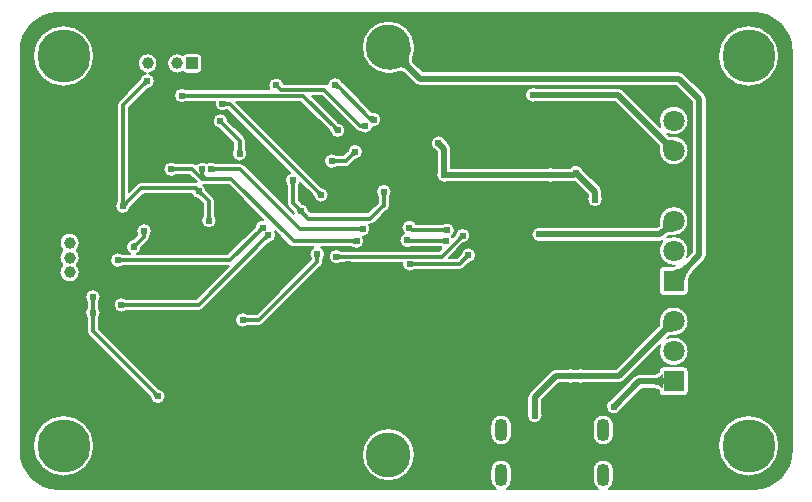
<source format=gbl>
G04 Layer: BottomLayer*
G04 EasyEDA Pro v2.1.40, 2023-11-27 11:39:20*
G04 Gerber Generator version 0.3*
G04 Scale: 100 percent, Rotated: No, Reflected: No*
G04 Dimensions in millimeters*
G04 Leading zeros omitted, absolute positions, 3 integers and 5 decimals*
%FSLAX35Y35*%
%MOMM*%
%ADD8191C,0.2032*%
%ADD10R,1.8X1.8*%
%ADD11C,1.8*%
%ADD12C,3.79999*%
%ADD13O,1.1X1.9*%
%ADD14R,1.0X1.0*%
%ADD15C,1.0038*%
%ADD16C,1.0*%
%ADD17R,1.0X1.0*%
%ADD18C,4.5*%
%ADD19C,0.61*%
%ADD20C,0.3048*%
%ADD21C,0.508*%
G75*


G04 Copper Start*
G36*
G01X6564187Y-3750000D02*
G02X6250000Y-4064186I-314186J0D01*
G01X5015830D01*
G03X5060016Y-3986257I-46628J77929D01*
G01Y-3906257D01*
G03X4969202Y-3815443I-90814J0D01*
G03X4878388Y-3906257I0J-90814D01*
G01Y-3986257D01*
G03X4922574Y-4064186I90814J0D01*
G01X4151849D01*
G03X4196035Y-3986257I-46628J77929D01*
G01Y-3906257D01*
G03X4105221Y-3815443I-90814J0D01*
G03X4014407Y-3906257I0J-90814D01*
G01Y-3986257D01*
G03X4058593Y-4064186I90814J0D01*
G01X350000D01*
G02X35814Y-3750000I0J314186D01*
G01Y-350000D01*
G02X350000Y-35814I314186J0D01*
G01X6250000D01*
G02X6564187Y-350000I0J-314186D01*
G01Y-3750000D01*
G37*
%LPC*%
G36*
G01X5440227Y-2394000D02*
G03X5476041Y-2429814I35814J0D01*
G01X5656040D01*
G03X5691854Y-2394000I0J35814D01*
G01Y-2306481D01*
G02X5735246Y-2221364I152771J-24262D01*
G01X5826865Y-2129745D01*
G03X5844794Y-2086460I-43285J43285D01*
G01Y-762000D01*
G03X5826865Y-718715I-61214J0D01*
G01X5656685Y-548535D01*
G03X5613400Y-530606I-43285J-43285D01*
G01X3442176D01*
G01X3376534Y-464963D01*
G01X3370728Y-458838D01*
G01X3367285Y-454790D01*
G01X3364456Y-451075D01*
G01X3362156Y-447642D01*
G01X3360924Y-445552D01*
G01X3359885Y-443553D01*
G01X3359072Y-441750D01*
G01X3358447Y-440115D01*
G01X3357973Y-438610D01*
G01X3357619Y-437190D01*
G01X3357361Y-435806D01*
G01X3357186Y-434406D01*
G01X3357087Y-432940D01*
G01X3357068Y-431504D01*
G01X3357181Y-429006D01*
G01X3357449Y-426443D01*
G01X3358069Y-422612D01*
G01X3359485Y-416176D01*
G01X3366996Y-388720D01*
G01X3367306Y-387503D01*
G01X3370751Y-372920D01*
G01X3371150Y-370997D01*
G01X3371734Y-367731D01*
G03X3372790Y-361830I-221734J42731D01*
G01X3373130Y-359935D01*
G01X3373416Y-358042D01*
G01X3373622Y-356389D01*
G03X3374502Y-349311I-223621J31389D01*
G01X3374675Y-347916D01*
G01X3374866Y-345934D01*
G01X3374938Y-344872D01*
G03X3375554Y-335840I-224938J19872D01*
G01X3375601Y-335148D01*
G01X3375681Y-333207D01*
G01X3375691Y-332462D01*
G03X3375814Y-325000I-225690J7462D01*
G01X3375811Y-323784D01*
G01X3375812Y-323670D01*
G01X3375816Y-323175D01*
G01X3375793Y-321886D01*
G03X3375371Y-310859I-225792J-3114D01*
G03X3150001Y-99186I-225370J-14141D01*
G03X2924187Y-325000I0J-225814D01*
G03X3135859Y-550371I225814J0D01*
G03X3146887Y-550792I14141J225370D01*
G01X3148175Y-550815D01*
G01X3148671Y-550812D01*
G01X3148784Y-550810D01*
G01X3150001Y-550814D01*
G03X3157462Y-550690I0J225814D01*
G01X3158207Y-550680D01*
G01X3158208D01*
G01X3160148Y-550601D01*
G01X3160840Y-550553D01*
G03X3169873Y-549938I-10840J225553D01*
G01X3170935Y-549865D01*
G01X3172916Y-549675D01*
G01X3174311Y-549501D01*
G03X3181389Y-548622I-24310J224501D01*
G01X3183043Y-548416D01*
G01X3184935Y-548129D01*
G01X3186831Y-547790D01*
G03X3192731Y-546734I-36830J222790D01*
G01X3195997Y-546149D01*
G01X3197921Y-545750D01*
G01X3212504Y-542306D01*
G01X3213720Y-541996D01*
G01X3241177Y-534485D01*
G01X3247612Y-533068D01*
G01X3251443Y-532449D01*
G01X3254007Y-532181D01*
G01X3256504Y-532068D01*
G01X3257940Y-532087D01*
G01X3259406Y-532185D01*
G01X3260806Y-532361D01*
G01X3262190Y-532618D01*
G01X3263610Y-532972D01*
G01X3265115Y-533446D01*
G01X3266751Y-534072D01*
G01X3268554Y-534885D01*
G01X3270553Y-535924D01*
G01X3272642Y-537156D01*
G01X3276075Y-539456D01*
G01X3279791Y-542285D01*
G01X3283839Y-545727D01*
G01X3289964Y-551533D01*
G01X3373536Y-635105D01*
G03X3416820Y-653034I43285J43285D01*
G01X5588044D01*
G01X5722366Y-787356D01*
G01Y-2061105D01*
G01X5679861Y-2103610D01*
G03X5691854Y-2050000I-113820J53610D01*
G03X5566040Y-1924186I-125814J0D01*
G03X5512431Y-1936179I0J-125814D01*
G01X5522284Y-1926326D01*
G01X5524135Y-1924589D01*
G01X5525481Y-1923487D01*
G01X5525943Y-1923153D01*
G01X5526475Y-1922809D01*
G01X5526922Y-1922551D01*
G01X5527309Y-1922354D01*
G01X5527664Y-1922197D01*
G01X5527813Y-1922140D01*
G01X5528647Y-1921880D01*
G01X5529437Y-1921695D01*
G01X5530494Y-1921518D01*
G01X5531763Y-1921380D01*
G01X5534148Y-1921250D01*
G01X5540655Y-1921285D01*
G01X5560529Y-1921911D01*
G01X5561656Y-1921928D01*
G01X5562521Y-1921918D01*
G01X5566976Y-1921810D01*
G03X5571190Y-1921708I-935J125810D01*
G01X5572249Y-1921663D01*
G01X5572690Y-1921638D01*
G01X5573919Y-1921567D01*
G03X5691854Y-1796000I-7879J125567D01*
G03X5566040Y-1670186I-125814J0D01*
G03X5440474Y-1788121I0J-125814D01*
G03X5440231Y-1794928I125567J-7879D01*
G01X5440135Y-1797806D01*
G01X5440115Y-1799000D01*
G01X5440130Y-1800030D01*
G01X5440680Y-1819148D01*
G01X5440809Y-1827199D01*
G01X5440706Y-1829722D01*
G01X5440577Y-1831122D01*
G01X5440406Y-1832285D01*
G01X5440222Y-1833155D01*
G01X5439971Y-1834036D01*
G01X5439913Y-1834201D01*
G01X5439768Y-1834552D01*
G01X5439594Y-1834919D01*
G01X5439370Y-1835333D01*
G01X5439072Y-1835820D01*
G01X5438797Y-1836221D01*
G01X5437813Y-1837484D01*
G01X5436342Y-1839121D01*
G01X5435983Y-1839488D01*
G01X5426605Y-1848866D01*
G01X4666274D01*
G03X4640580Y-1843686I-25694J-61134D01*
G03X4614886Y-1848866I0J-66314D01*
G01X4562134D01*
G03X4536440Y-1843686I-25694J-61134D01*
G03X4510746Y-1848866I0J-66314D01*
G01X4452914D01*
G03X4427220Y-1843686I-25694J-61134D01*
G03X4360906Y-1910000I0J-66314D01*
G03X4427220Y-1976314I66314J0D01*
G03X4452530Y-1971294I0J66314D01*
G01X4511130D01*
G03X4536440Y-1976314I25310J61294D01*
G03X4561750Y-1971294I0J66314D01*
G01X4615270D01*
G03X4640580Y-1976314I25310J61294D01*
G03X4665890Y-1971294I0J66314D01*
G01X5451960D01*
G03X5470174Y-1968522I0J61214D01*
G03X5440227Y-2050000I95867J-81478D01*
G03X5566040Y-2175814I125814J0D01*
G03X5577611Y-2175281I0J125814D01*
G02X5563559Y-2178186I-38314J149866D01*
G01X5476041D01*
G03X5440227Y-2214000I0J-35814D01*
G01Y-2394000D01*
G37*
G36*
G01X1915160Y-2700294D02*
G03X1957103Y-2685345I0J66314D01*
G01X1957279Y-2685276D01*
G01X1957938Y-2685070D01*
G01X1958087Y-2685034D01*
G01X2054860D01*
G03X2090961Y-2670081I0J51054D01*
G01X2583721Y-2177321D01*
G03X2598674Y-2141220I-36101J36101D01*
G01Y-2120647D01*
G01X2598804Y-2120177D01*
G01X2598984Y-2119664D01*
G03X2613934Y-2077720I-51364J41944D01*
G03X2579468Y-2019554I-66314J0D01*
G01X2837433D01*
G01X2837903Y-2019684D01*
G01X2838416Y-2019864D01*
G03X2880360Y-2034814I41944J51364D01*
G03X2946674Y-1968500I0J66314D01*
G03X2934760Y-1930576I-66314J0D01*
G03X2997474Y-1864360I-3600J66216D01*
G03X2985614Y-1826514I-66314J0D01*
G01X2997200D01*
G03X3033301Y-1811561I0J51054D01*
G01X3131759Y-1713102D01*
G03X3162554Y-1666240I-20259J46862D01*
G01Y-1589787D01*
G01X3162684Y-1589317D01*
G01X3162864Y-1588804D01*
G03X3177814Y-1546860I-51364J41944D01*
G03X3111500Y-1480546I-66314J0D01*
G03X3045186Y-1546860I0J-66314D01*
G03X3060135Y-1588803I66314J0D01*
G01X3060204Y-1588979D01*
G01X3060410Y-1589638D01*
G01X3060446Y-1589787D01*
G01Y-1640013D01*
G01X2976053Y-1724406D01*
G01X2492567D01*
G01X2476915Y-1708754D01*
G01X2476674Y-1708329D01*
G01X2476439Y-1707839D01*
G03X2417123Y-1648521I-65979J-6661D01*
G01X2416950Y-1648445D01*
G01X2416337Y-1648125D01*
G01X2416206Y-1648045D01*
G01X2390394Y-1622233D01*
G01Y-1495807D01*
G01X2390524Y-1495337D01*
G01X2390704Y-1494824D01*
G03X2402898Y-1471799I-51364J41944D01*
G01X2511645Y-1580546D01*
G01X2511886Y-1580971D01*
G01X2512121Y-1581461D01*
G03X2578100Y-1641114I65979J6661D01*
G03X2644414Y-1574800I0J66314D01*
G03X2584763Y-1508821I-66314J0D01*
G01X2584590Y-1508745D01*
G01X2583977Y-1508425D01*
G01X2583846Y-1508345D01*
G01X1860615Y-785114D01*
G01X2404553D01*
G01X2653885Y-1034446D01*
G01X2654126Y-1034871D01*
G01X2654361Y-1035361D01*
G03X2720340Y-1095014I65979J6661D01*
G03X2786654Y-1028700I0J66314D01*
G03X2727003Y-962721I-66314J0D01*
G01X2726830Y-962645D01*
G01X2726217Y-962325D01*
G01X2726086Y-962245D01*
G01X2500695Y-736854D01*
G01X2584967D01*
G01X2874814Y-1026701D01*
G03X2910915Y-1041654I36101J36101D01*
G01X2911093D01*
G01X2911563Y-1041784D01*
G01X2912076Y-1041964D01*
G03X2954020Y-1056914I41944J51364D01*
G03X3019107Y-1003299I0J66314D01*
G03X3025140Y-1003574I6033J66039D01*
G03X3091454Y-937260I0J66314D01*
G03X3029293Y-871076I-66314J0D01*
G03X3025140Y-870946I-4153J-66184D01*
G03X3011956Y-872270I0J-66314D01*
G01X2770525Y-630839D01*
G01X2758209Y-618522D01*
G03X2697480Y-578846I-60729J-26638D01*
G03X2631274Y-641376I0J-66314D01*
G03X2606115Y-634746I-25159J-44424D01*
G01X2264677D01*
G03X2199640Y-581386I-65037J-12954D01*
G03X2133326Y-647700I0J-66314D01*
G03X2143506Y-683006I66314J0D01*
G01X1442467D01*
G01X1441997Y-682876D01*
G01X1441484Y-682696D01*
G03X1399540Y-667746I-41944J-51364D01*
G03X1333226Y-734060I0J-66314D01*
G03X1399540Y-800374I66314J0D01*
G03X1441483Y-785425I0J66314D01*
G01X1441659Y-785356D01*
G01X1442318Y-785150D01*
G01X1442467Y-785114D01*
G01X1681024D01*
G03X1678666Y-802640I63956J-17526D01*
G03X1744980Y-868954I66314J0D01*
G03X1785912Y-854814I0J66314D01*
G01X2320421Y-1389322D01*
G03X2273026Y-1452880I18919J-63558D01*
G03X2287975Y-1494823I66314J0D01*
G01X2288044Y-1494999D01*
G01X2288250Y-1495658D01*
G01X2288286Y-1495807D01*
G01Y-1643380D01*
G03X2303239Y-1679481I51054J0D01*
G01X2344005Y-1720246D01*
G01X2344246Y-1720671D01*
G01X2344481Y-1721161D01*
G03X2348310Y-1737629I65979J6661D01*
G01X1933481Y-1322799D01*
G03X1897380Y-1307846I-36101J-36101D01*
G01X1693927D01*
G01X1693457Y-1307716D01*
G01X1692944Y-1307536D01*
G03X1651000Y-1292586I-41944J-51364D01*
G03X1611630Y-1305537I0J-66314D01*
G03X1572260Y-1292586I-39370J-53363D01*
G03X1521290Y-1316478I0J-66314D01*
G03X1486475Y-1302766I-34815J-37342D01*
G01X1352164D01*
G01X1345946D01*
G03X1310640Y-1292586I-35306J-56134D01*
G03X1244326Y-1358900I0J-66314D01*
G03X1310640Y-1425214I66314J0D01*
G03X1354503Y-1408636I0J66314D01*
G03X1356599Y-1406705I-43863J49736D01*
G01X1358571Y-1404874D01*
G01X1465328D01*
G01X1504406Y-1443952D01*
G01X1526319Y-1465865D01*
G03X1518920Y-1465326I-7399J-50515D01*
G01X1059180D01*
G03X1023079Y-1480279I0J-51054D01*
G01X952754Y-1550605D01*
G01Y-839027D01*
G01X1113186Y-678595D01*
G01X1113611Y-678354D01*
G01X1114101Y-678119D01*
G03X1173754Y-612140I-6661J65979D01*
G03X1123490Y-547798I-66314J0D01*
G03X1198313Y-462690I-10991J85107D01*
G03X1112499Y-376877I-85814J0D01*
G03X1026686Y-462690I0J-85814D01*
G03X1095778Y-546859I85814J0D01*
G03X1041461Y-605477I11662J-65281D01*
G01X1041385Y-605650D01*
G01X1041065Y-606263D01*
G01X1040985Y-606394D01*
G01X865599Y-781779D01*
G03X850646Y-817880I36101J-36101D01*
G01Y-1628393D01*
G01X850516Y-1628863D01*
G01X850336Y-1629376D01*
G03X835386Y-1671320I51364J-41944D01*
G03X901700Y-1737634I66314J0D01*
G03X967379Y-1680475I0J66314D01*
G01X968198Y-1679570D01*
G01X968542Y-1679219D01*
G01X1080327Y-1567434D01*
G01X1482165D01*
G03X1537657Y-1610299I62155J23114D01*
G01X1537830Y-1610375D01*
G01X1538443Y-1610695D01*
G01X1538574Y-1610775D01*
G01X1579626Y-1651827D01*
G01Y-1750313D01*
G01X1579496Y-1750783D01*
G01X1579316Y-1751296D01*
G03X1564366Y-1793240I51364J-41944D01*
G03X1630680Y-1859554I66314J0D01*
G03X1696994Y-1793240I0J66314D01*
G03X1682045Y-1751297I-66314J0D01*
G01X1681976Y-1751121D01*
G01X1681770Y-1750462D01*
G01X1681734Y-1750313D01*
G01Y-1630680D01*
G03X1666781Y-1594579I-51054J0D01*
G01X1610775Y-1538574D01*
G01X1610534Y-1538149D01*
G01X1610299Y-1537659D01*
G03X1584062Y-1491234I-65979J-6661D01*
G01X1618555D01*
G01X1797493D01*
G01X2091933Y-1785675D01*
G03X2085340Y-1785346I-6593J-65985D01*
G03X2019361Y-1844997I0J-66314D01*
G01X2019285Y-1845170D01*
G01X2018965Y-1845783D01*
G01X2018885Y-1845914D01*
G01X1787333Y-2077466D01*
G01X1019830D01*
G03X1059119Y-2023423I-26690J60706D01*
G01X1059195Y-2023250D01*
G01X1059515Y-2022637D01*
G01X1059595Y-2022506D01*
G01X1118141Y-1963961D01*
G03X1133094Y-1927860I-36101J36101D01*
G01Y-1922868D01*
G01X1133224Y-1922397D01*
G01X1133404Y-1921884D01*
G03X1148354Y-1879941I-51364J41944D01*
G03X1082040Y-1813627I-66314J0D01*
G03X1015726Y-1879941I0J-66314D01*
G03X1024607Y-1913092I66314J0D01*
G01X987394Y-1950305D01*
G01X986969Y-1950546D01*
G01X986479Y-1950781D01*
G03X926826Y-2016760I6661J-65979D01*
G03X966450Y-2077466I66314J0D01*
G01X901447D01*
G01X900977Y-2077336D01*
G01X900464Y-2077156D01*
G03X858520Y-2062206I-41944J-51364D01*
G03X792206Y-2128520I0J-66314D01*
G03X858520Y-2194834I66314J0D01*
G03X900463Y-2179885I0J66314D01*
G01X900639Y-2179816D01*
G01X901298Y-2179610D01*
G01X901447Y-2179574D01*
G01X1799525D01*
G01X1523173Y-2455926D01*
G01X931927D01*
G01X931457Y-2455796D01*
G01X930944Y-2455616D01*
G03X889000Y-2440666I-41944J-51364D01*
G03X822686Y-2506980I0J-66314D01*
G03X889000Y-2573294I66314J0D01*
G03X930943Y-2558345I0J66314D01*
G01X931119Y-2558276D01*
G01X931778Y-2558070D01*
G01X931927Y-2558034D01*
G01X1544320D01*
G03X1580421Y-2543081I0J51054D01*
G01X2139346Y-1984155D01*
G01X2139771Y-1983914D01*
G01X2140261Y-1983679D01*
G03X2199914Y-1917700I-6661J65979D01*
G03X2191333Y-1885075I-66314J0D01*
G01X2310859Y-2004601D01*
G03X2346960Y-2019554I36101J36101D01*
G01X2515772D01*
G03X2481306Y-2077720I31848J-58166D01*
G03X2496255Y-2119663I66314J0D01*
G01X2496324Y-2119839D01*
G01X2496437Y-2120202D01*
G01X2033713Y-2582926D01*
G01X1958087D01*
G01X1957617Y-2582796D01*
G01X1957104Y-2582616D01*
G03X1915160Y-2567666I-41944J-51364D01*
G03X1848846Y-2633980I0J-66314D01*
G03X1915160Y-2700294I66314J0D01*
G37*
G36*
G01X4389120Y-3510554D02*
G03X4455434Y-3444240I0J66314D01*
G03X4450334Y-3418737I-66314J0D01*
G01Y-3312116D01*
G01X4592276Y-3170174D01*
G01X4665877D01*
G03X4691380Y-3175274I25503J61214D01*
G03X4716883Y-3170174I0J66314D01*
G01X4751567D01*
G03X4777070Y-3175274I25503J61214D01*
G03X4802573Y-3170174I0J66314D01*
G01X5103081D01*
G03X5146366Y-3152245I0J61214D01*
G01X5452220Y-2846391D01*
G03X5440227Y-2900001I113820J-53610D01*
G03X5566040Y-3025814I125814J0D01*
G03X5691854Y-2900001I0J125814D01*
G03X5566040Y-2774187I-125814J0D01*
G03X5512431Y-2786180I0J-125814D01*
G01X5522284Y-2776327D01*
G01X5524135Y-2774589D01*
G01X5525481Y-2773487D01*
G01X5525943Y-2773154D01*
G01X5526475Y-2772809D01*
G01X5526922Y-2772552D01*
G01X5527309Y-2772355D01*
G01X5527664Y-2772198D01*
G01X5527813Y-2772140D01*
G01X5528647Y-2771881D01*
G01X5529437Y-2771695D01*
G01X5530494Y-2771519D01*
G01X5531763Y-2771380D01*
G01X5534148Y-2771251D01*
G01X5540655Y-2771285D01*
G01X5560529Y-2771911D01*
G01X5561656Y-2771929D01*
G01X5562521Y-2771918D01*
G01X5566976Y-2771811D01*
G03X5571190Y-2771709I-935J125810D01*
G01X5572249Y-2771664D01*
G01X5572690Y-2771639D01*
G01X5573919Y-2771567D01*
G03X5691854Y-2646001I-7879J125567D01*
G03X5566040Y-2520187I-125814J0D01*
G03X5440474Y-2638122I0J-125814D01*
G03X5440231Y-2644929I125567J-7879D01*
G01X5440135Y-2647807D01*
G01X5440115Y-2649000D01*
G01X5440130Y-2650030D01*
G01X5440680Y-2669149D01*
G01X5440809Y-2677200D01*
G01X5440706Y-2679723D01*
G01X5440577Y-2681123D01*
G01X5440406Y-2682286D01*
G01X5440222Y-2683155D01*
G01X5439971Y-2684037D01*
G01X5439913Y-2684202D01*
G01X5439768Y-2684553D01*
G01X5439594Y-2684920D01*
G01X5439370Y-2685334D01*
G01X5439072Y-2685820D01*
G01X5438797Y-2686221D01*
G01X5437813Y-2687484D01*
G01X5436342Y-2689121D01*
G01X5435983Y-2689489D01*
G01X5077725Y-3047746D01*
G01X4802573D01*
G03X4777070Y-3042646I-25503J-61214D01*
G03X4751567Y-3047746I0J-66314D01*
G01X4716883D01*
G03X4691380Y-3042646I-25503J-61214D01*
G03X4665877Y-3047746I0J-66314D01*
G01X4566920D01*
G03X4523635Y-3065675I0J-61214D01*
G01X4345835Y-3243475D01*
G03X4327906Y-3286760I43285J-43285D01*
G01Y-3418737D01*
G03X4322806Y-3444240I61214J-25503D01*
G03X4389120Y-3510554I66314J0D01*
G37*
G36*
G01X5566000Y-1325814D02*
G03X5691814Y-1200000I0J125814D01*
G03X5573879Y-1074433I-125814J0D01*
G03X5567072Y-1074191I-7879J-125567D01*
G01X5564194Y-1074095D01*
G01X5563000Y-1074075D01*
G01X5561970Y-1074090D01*
G01X5542852Y-1074640D01*
G01X5534801Y-1074768D01*
G01X5532278Y-1074665D01*
G01X5530878Y-1074536D01*
G01X5529715Y-1074365D01*
G01X5528846Y-1074182D01*
G01X5527964Y-1073931D01*
G01X5527799Y-1073873D01*
G01X5527448Y-1073728D01*
G01X5527081Y-1073553D01*
G01X5526667Y-1073329D01*
G01X5526180Y-1073031D01*
G01X5525779Y-1072757D01*
G01X5524517Y-1071772D01*
G01X5522879Y-1070302D01*
G01X5522512Y-1069942D01*
G01X5512390Y-1059820D01*
G03X5566000Y-1071814I53610J113820D01*
G03X5691814Y-946000I0J125814D01*
G03X5566000Y-820186I-125814J0D01*
G03X5440186Y-946000I0J-125814D01*
G03X5452180Y-999610I125814J0D01*
G01X5138265Y-685695D01*
G03X5094980Y-667766I-43285J-43285D01*
G01X4396843D01*
G03X4371340Y-662666I-25503J-61214D01*
G03X4305026Y-728980I0J-66314D01*
G03X4371340Y-795294I66314J0D01*
G03X4396843Y-790194I0J66314D01*
G01X5069625D01*
G01X5435674Y-1156243D01*
G01X5437411Y-1158094D01*
G01X5438513Y-1159440D01*
G01X5438847Y-1159902D01*
G01X5439191Y-1160434D01*
G01X5439449Y-1160881D01*
G01X5439646Y-1161268D01*
G01X5439803Y-1161623D01*
G01X5439860Y-1161773D01*
G01X5440120Y-1162607D01*
G01X5440305Y-1163396D01*
G01X5440482Y-1164453D01*
G01X5440621Y-1165723D01*
G01X5440750Y-1168107D01*
G01X5440716Y-1174614D01*
G01X5440090Y-1194488D01*
G01X5440072Y-1195616D01*
G01X5440082Y-1196480D01*
G01X5440190Y-1200935D01*
G03X5440292Y-1205149I125810J935D01*
G01X5440337Y-1206209D01*
G01X5440362Y-1206650D01*
G01X5440433Y-1207879D01*
G03X5566000Y-1325814I125567J7879D01*
G37*
G36*
G01X4833346Y-1615440D02*
G03X4899660Y-1681754I66314J0D01*
G03X4965974Y-1615440I0J66314D01*
G03X4960874Y-1589937I-66314J0D01*
G01Y-1546860D01*
G03X4942945Y-1503575I-61214J0D01*
G01X4818846Y-1379476D01*
G01X4800958Y-1361588D01*
G03X4739640Y-1320526I-61318J-25252D01*
G03X4687436Y-1345946I0J-66314D01*
G01X4643120D01*
G01X4550135D01*
G03X4524632Y-1340846I-25503J-61214D01*
G03X4499129Y-1345946I0J-66314D01*
G01X3683254D01*
G01Y-1330960D01*
G01Y-1186180D01*
G03X3665325Y-1142895I-61214J0D01*
G01X3635098Y-1112668D01*
G03X3573780Y-1071606I-61318J-25252D01*
G03X3507466Y-1137920I0J-66314D01*
G03X3548528Y-1199238I66314J0D01*
G01X3560826Y-1211536D01*
G01Y-1356360D01*
G01Y-1381657D01*
G03X3555726Y-1407160I61214J-25503D01*
G03X3622040Y-1473474I66314J0D01*
G03X3647543Y-1468374I0J66314D01*
G01X4499129D01*
G03X4524632Y-1473474I25503J61214D01*
G03X4550135Y-1468374I0J66314D01*
G01X4643120D01*
G01X4719320D01*
G03X4733046Y-1466815I0J61214D01*
G01X4750237Y-1484006D01*
G01X4838446Y-1572216D01*
G01Y-1589937D01*
G03X4833346Y-1615440I61214J-25503D01*
G37*
G36*
G01X1132901Y-3288341D02*
G03X1198880Y-3347994I65979J6661D01*
G03X1265194Y-3281680I0J66314D01*
G03X1205543Y-3215701I-66314J0D01*
G01X1205370Y-3215625D01*
G01X1204757Y-3215305D01*
G01X1204626Y-3215225D01*
G01X698754Y-2709353D01*
G01Y-2615947D01*
G01X698884Y-2615477D01*
G01X699064Y-2614964D01*
G03X714014Y-2573020I-51364J41944D01*
G03X699065Y-2531077I-66314J0D01*
G01X698996Y-2530901D01*
G01X698790Y-2530242D01*
G01X698754Y-2530093D01*
G01Y-2481327D01*
G01X698884Y-2480857D01*
G01X699064Y-2480344D01*
G03X714014Y-2438400I-51364J41944D01*
G03X647700Y-2372086I-66314J0D01*
G03X581386Y-2438400I0J-66314D01*
G03X596335Y-2480343I66314J0D01*
G01X596404Y-2480519D01*
G01X596610Y-2481178D01*
G01X596646Y-2481327D01*
G01Y-2530093D01*
G01X596516Y-2530563D01*
G01X596336Y-2531076D01*
G03X581386Y-2573020I51364J-41944D01*
G03X596335Y-2614963I66314J0D01*
G01X596404Y-2615139D01*
G01X596610Y-2615798D01*
G01X596646Y-2615947D01*
G01Y-2730500D01*
G03X611599Y-2766601I51054J0D01*
G01X1132425Y-3287426D01*
G01X1132666Y-3287851D01*
G01X1132901Y-3288341D01*
G37*
G36*
G01X3263626Y-2159000D02*
G03X3329940Y-2225314I66314J0D01*
G03X3371883Y-2210365I0J66314D01*
G01X3372059Y-2210296D01*
G01X3372718Y-2210090D01*
G01X3372867Y-2210054D01*
G01X3754120D01*
G03X3790221Y-2195101I0J51054D01*
G01X3833526Y-2151795D01*
G01X3833951Y-2151554D01*
G01X3834441Y-2151319D01*
G03X3894094Y-2085340I-6661J65979D01*
G03X3827780Y-2019026I-66314J0D01*
G03X3761801Y-2078677I0J-66314D01*
G01X3761725Y-2078850D01*
G01X3761405Y-2079463D01*
G01X3761325Y-2079594D01*
G01X3732973Y-2107946D01*
G01X3664015D01*
G01X3785266Y-1986695D01*
G01X3785691Y-1986454D01*
G01X3786181Y-1986219D01*
G03X3845834Y-1920240I-6661J65979D01*
G03X3779520Y-1853926I-66314J0D01*
G03X3713541Y-1913577I0J-66314D01*
G01X3713465Y-1913750D01*
G01X3713145Y-1914363D01*
G01X3713065Y-1914494D01*
G01X3693096Y-1934462D01*
G03X3688249Y-1926790I-58356J-31498D01*
G03X3713754Y-1874520I-40809J52270D01*
G03X3647440Y-1808206I-66314J0D01*
G03X3605497Y-1823155I0J-66314D01*
G01X3605321Y-1823224D01*
G01X3604662Y-1823430D01*
G01X3604513Y-1823466D01*
G01X3387422D01*
G03X3327400Y-1785346I-60022J-28194D01*
G03X3261086Y-1851660I0J-66314D01*
G03X3282430Y-1900396I66314J0D01*
G03X3243306Y-1960880I27190J-60484D01*
G03X3309620Y-2027194I66314J0D01*
G03X3344926Y-2017014I0J66314D01*
G01X3351144D01*
G01X3591813D01*
G01X3592283Y-2017144D01*
G01X3592796Y-2017324D01*
G03X3603242Y-2024316I41944J51364D01*
G01X3580573Y-2046986D01*
G01X2753107D01*
G01X2752637Y-2046856D01*
G01X2752124Y-2046676D01*
G03X2710180Y-2031726I-41944J-51364D01*
G03X2643866Y-2098040I0J-66314D01*
G03X2710180Y-2164354I66314J0D01*
G03X2752123Y-2149405I0J66314D01*
G01X2752299Y-2149336D01*
G01X2752958Y-2149130D01*
G01X2753107Y-2149094D01*
G01X3264370D01*
G03X3263626Y-2159000I65570J-9906D01*
G37*
G36*
G01X4990826Y-3368040D02*
G03X5057140Y-3434354I66314J0D01*
G03X5118458Y-3393292I0J66314D01*
G01X5296535Y-3215215D01*
G01X5399841D01*
G02X5440227Y-3231043I0J-59436D01*
G01Y-3244000D01*
G03X5476041Y-3279814I35814J0D01*
G01X5656040D01*
G03X5691854Y-3244000I0J35814D01*
G01Y-3064001D01*
G03X5656040Y-3028187I-35814J0D01*
G01X5476041D01*
G03X5440227Y-3064001I0J-35814D01*
G01Y-3076958D01*
G02X5399841Y-3092787I-40386J43607D01*
G01X5271179D01*
G03X5227895Y-3110716I0J-61214D01*
G01X5031888Y-3306722D01*
G03X4990826Y-3368040I25252J-61318D01*
G37*
G36*
G01X139186Y-3700000D02*
G03X400000Y-3960814I260814J0D01*
G03X660814Y-3700000I0J260814D01*
G03X400000Y-3439186I-260814J0D01*
G03X139186Y-3700000I0J-260814D01*
G37*
G36*
G01X5939186Y-3700000D02*
G03X6200000Y-3960814I260814J0D01*
G03X6460814Y-3700000I0J260814D01*
G03X6200000Y-3439186I-260814J0D01*
G03X5939186Y-3700000I0J-260814D01*
G37*
G36*
G01X400000Y-660814D02*
G03X660814Y-400000I0J260814D01*
G03X400000Y-139186I-260814J0D01*
G03X139186Y-400000I0J-260814D01*
G03X400000Y-660814I260814J0D01*
G37*
G36*
G01X5939186Y-400000D02*
G03X6200000Y-660814I260814J0D01*
G03X6460814Y-400000I0J260814D01*
G03X6200000Y-139186I-260814J0D01*
G03X5939186Y-400000I0J-260814D01*
G37*
G36*
G01X3150001Y-4000814D02*
G03X3375814Y-3775000I0J225814D01*
G03X3150001Y-3549187I-225814J0D01*
G03X2924187Y-3775000I0J-225814D01*
G03X3150001Y-4000814I225814J0D01*
G37*
G36*
G01X1823446Y-1226820D02*
G03X1889760Y-1293134I66314J0D01*
G03X1956074Y-1226820I0J66314D01*
G03X1941125Y-1184877I-66314J0D01*
G01X1941056Y-1184701D01*
G01X1940850Y-1184042D01*
G01X1940814Y-1183893D01*
G01Y-1115060D01*
G03X1925861Y-1078959I-51054J0D01*
G01X1793581Y-946680D01*
G01X1793501Y-946354D01*
G01X1793421Y-945898D01*
G01X1793326Y-944970D01*
G03X1727200Y-883646I-66126J-4990D01*
G03X1660886Y-949960I0J-66314D01*
G03X1718045Y-1015639I66314J0D01*
G01X1718950Y-1016458D01*
G01X1719301Y-1016802D01*
G01X1838706Y-1136207D01*
G01Y-1183893D01*
G01X1838576Y-1184363D01*
G01X1838396Y-1184876D01*
G03X1823446Y-1226820I51364J-41944D01*
G37*
G36*
G01X365313Y-2231523D02*
G03X451127Y-2317337I85814J0D01*
G03X536941Y-2231523I0J85814D01*
G03X509933Y-2169026I-85814J0D01*
G03X536941Y-2106529I-58806J62497D01*
G03X509920Y-2044020I-85814J0D01*
G03X536941Y-1981511I-58793J62509D01*
G03X451127Y-1895697I-85814J0D01*
G03X365313Y-1981511I0J-85814D01*
G03X392334Y-2044020I85814J0D01*
G03X365313Y-2106529I58793J-62509D01*
G03X392321Y-2169026I85814J0D01*
G03X365313Y-2231523I58806J-62497D01*
G37*
G36*
G01X2603226Y-1290320D02*
G03X2669540Y-1356634I66314J0D01*
G03X2711483Y-1341685I0J66314D01*
G01X2711659Y-1341616D01*
G01X2712318Y-1341410D01*
G01X2712467Y-1341374D01*
G01X2788920D01*
G03X2825021Y-1326421I0J51054D01*
G01X2875946Y-1275495D01*
G01X2876371Y-1275254D01*
G01X2876861Y-1275019D01*
G03X2936514Y-1209040I-6661J65979D01*
G03X2870200Y-1142726I-66314J0D01*
G03X2804221Y-1202377I0J-66314D01*
G01X2804145Y-1202550D01*
G01X2803825Y-1203163D01*
G01X2803745Y-1203294D01*
G01X2767773Y-1239266D01*
G01X2712467D01*
G01X2711997Y-1239136D01*
G01X2711484Y-1238956D01*
G03X2669540Y-1224006I-41944J-51364D01*
G03X2603226Y-1290320I0J-66314D01*
G37*
G36*
G01X1362512Y-548504D02*
G03X1409232Y-534671I0J85814D01*
G03X1437505Y-548502I28273J21983D01*
G01X1537505D01*
G03X1573319Y-512688I0J35814D01*
G01Y-412688D01*
G03X1537505Y-376874I-35814J0D01*
G01X1437505D01*
G03X1409229Y-390708I0J-35814D01*
G03X1362512Y-376877I-46718J-71982D01*
G03X1276698Y-462690I0J-85814D01*
G03X1362512Y-548504I85814J0D01*
G37*
G36*
G01X4014407Y-3606248D02*
G03X4105221Y-3697061I90814J0D01*
G03X4196035Y-3606248I0J90814D01*
G01Y-3526248D01*
G03X4105221Y-3435434I-90814J0D01*
G03X4014407Y-3526248I0J-90814D01*
G01Y-3606248D01*
G37*
G36*
G01X4878388Y-3606248D02*
G03X4969202Y-3697061I90814J0D01*
G03X5060016Y-3606248I0J90814D01*
G01Y-3526248D01*
G03X4969202Y-3435434I-90814J0D01*
G03X4878388Y-3526248I0J-90814D01*
G01Y-3606248D01*
G37*
%LPD*%
G54D8191*
G01X6564187Y-3750000D02*
G02X6250000Y-4064186I-314186J0D01*
G01X5015830D01*
G03X5060016Y-3986257I-46628J77929D01*
G01Y-3906257D01*
G03X4969202Y-3815443I-90814J0D01*
G03X4878388Y-3906257I0J-90814D01*
G01Y-3986257D01*
G03X4922574Y-4064186I90814J0D01*
G01X4151849D01*
G03X4196035Y-3986257I-46628J77929D01*
G01Y-3906257D01*
G03X4105221Y-3815443I-90814J0D01*
G03X4014407Y-3906257I0J-90814D01*
G01Y-3986257D01*
G03X4058593Y-4064186I90814J0D01*
G01X350000D01*
G02X35814Y-3750000I0J314186D01*
G01Y-350000D01*
G02X350000Y-35814I314186J0D01*
G01X6250000D01*
G02X6564187Y-350000I0J-314186D01*
G01Y-3750000D01*
G01X5440227Y-2394000D02*
G03X5476041Y-2429814I35814J0D01*
G01X5656040D01*
G03X5691854Y-2394000I0J35814D01*
G01Y-2306481D01*
G02X5735246Y-2221364I152771J-24262D01*
G01X5826865Y-2129745D01*
G03X5844794Y-2086460I-43285J43285D01*
G01Y-762000D01*
G03X5826865Y-718715I-61214J0D01*
G01X5656685Y-548535D01*
G03X5613400Y-530606I-43285J-43285D01*
G01X3442176D01*
G01X3376534Y-464963D01*
G01X3370728Y-458838D01*
G01X3367285Y-454790D01*
G01X3364456Y-451075D01*
G01X3362156Y-447642D01*
G01X3360924Y-445552D01*
G01X3359885Y-443553D01*
G01X3359072Y-441750D01*
G01X3358447Y-440115D01*
G01X3357973Y-438610D01*
G01X3357619Y-437190D01*
G01X3357361Y-435806D01*
G01X3357186Y-434406D01*
G01X3357087Y-432940D01*
G01X3357068Y-431504D01*
G01X3357181Y-429006D01*
G01X3357449Y-426443D01*
G01X3358069Y-422612D01*
G01X3359485Y-416176D01*
G01X3366996Y-388720D01*
G01X3367306Y-387503D01*
G01X3370751Y-372920D01*
G01X3371150Y-370997D01*
G01X3371734Y-367731D01*
G03X3372790Y-361830I-221734J42731D01*
G01X3373130Y-359935D01*
G01X3373416Y-358042D01*
G01X3373622Y-356389D01*
G03X3374502Y-349311I-223621J31389D01*
G01X3374675Y-347916D01*
G01X3374866Y-345934D01*
G01X3374938Y-344872D01*
G03X3375554Y-335840I-224938J19872D01*
G01X3375601Y-335148D01*
G01X3375681Y-333207D01*
G01X3375691Y-332462D01*
G03X3375814Y-325000I-225690J7462D01*
G01X3375811Y-323784D01*
G01X3375812Y-323670D01*
G01X3375816Y-323175D01*
G01X3375793Y-321886D01*
G03X3375371Y-310859I-225792J-3114D01*
G03X3150001Y-99186I-225370J-14141D01*
G03X2924187Y-325000I0J-225814D01*
G03X3135859Y-550371I225814J0D01*
G03X3146887Y-550792I14141J225370D01*
G01X3148175Y-550815D01*
G01X3148671Y-550812D01*
G01X3148784Y-550810D01*
G01X3150001Y-550814D01*
G03X3157462Y-550690I0J225814D01*
G01X3158207Y-550680D01*
G01X3158208D01*
G01X3160148Y-550601D01*
G01X3160840Y-550553D01*
G03X3169873Y-549938I-10840J225553D01*
G01X3170935Y-549865D01*
G01X3172916Y-549675D01*
G01X3174311Y-549501D01*
G03X3181389Y-548622I-24310J224501D01*
G01X3183043Y-548416D01*
G01X3184935Y-548129D01*
G01X3186831Y-547790D01*
G03X3192731Y-546734I-36830J222790D01*
G01X3195997Y-546149D01*
G01X3197921Y-545750D01*
G01X3212504Y-542306D01*
G01X3213720Y-541996D01*
G01X3241177Y-534485D01*
G01X3247612Y-533068D01*
G01X3251443Y-532449D01*
G01X3254007Y-532181D01*
G01X3256504Y-532068D01*
G01X3257940Y-532087D01*
G01X3259406Y-532185D01*
G01X3260806Y-532361D01*
G01X3262190Y-532618D01*
G01X3263610Y-532972D01*
G01X3265115Y-533446D01*
G01X3266751Y-534072D01*
G01X3268554Y-534885D01*
G01X3270553Y-535924D01*
G01X3272642Y-537156D01*
G01X3276075Y-539456D01*
G01X3279791Y-542285D01*
G01X3283839Y-545727D01*
G01X3289964Y-551533D01*
G01X3373536Y-635105D01*
G03X3416820Y-653034I43285J43285D01*
G01X5588044D01*
G01X5722366Y-787356D01*
G01Y-2061105D01*
G01X5679861Y-2103610D01*
G03X5691854Y-2050000I-113820J53610D01*
G03X5566040Y-1924186I-125814J0D01*
G03X5512431Y-1936179I0J-125814D01*
G01X5522284Y-1926326D01*
G01X5524135Y-1924589D01*
G01X5525481Y-1923487D01*
G01X5525943Y-1923153D01*
G01X5526475Y-1922809D01*
G01X5526922Y-1922551D01*
G01X5527309Y-1922354D01*
G01X5527664Y-1922197D01*
G01X5527813Y-1922140D01*
G01X5528647Y-1921880D01*
G01X5529437Y-1921695D01*
G01X5530494Y-1921518D01*
G01X5531763Y-1921380D01*
G01X5534148Y-1921250D01*
G01X5540655Y-1921285D01*
G01X5560529Y-1921911D01*
G01X5561656Y-1921928D01*
G01X5562521Y-1921918D01*
G01X5566976Y-1921810D01*
G03X5571190Y-1921708I-935J125810D01*
G01X5572249Y-1921663D01*
G01X5572690Y-1921638D01*
G01X5573919Y-1921567D01*
G03X5691854Y-1796000I-7879J125567D01*
G03X5566040Y-1670186I-125814J0D01*
G03X5440474Y-1788121I0J-125814D01*
G03X5440231Y-1794928I125567J-7879D01*
G01X5440135Y-1797806D01*
G01X5440115Y-1799000D01*
G01X5440130Y-1800030D01*
G01X5440680Y-1819148D01*
G01X5440809Y-1827199D01*
G01X5440706Y-1829722D01*
G01X5440577Y-1831122D01*
G01X5440406Y-1832285D01*
G01X5440222Y-1833155D01*
G01X5439971Y-1834036D01*
G01X5439913Y-1834201D01*
G01X5439768Y-1834552D01*
G01X5439594Y-1834919D01*
G01X5439370Y-1835333D01*
G01X5439072Y-1835820D01*
G01X5438797Y-1836221D01*
G01X5437813Y-1837484D01*
G01X5436342Y-1839121D01*
G01X5435983Y-1839488D01*
G01X5426605Y-1848866D01*
G01X4666274D01*
G03X4640580Y-1843686I-25694J-61134D01*
G03X4614886Y-1848866I0J-66314D01*
G01X4562134D01*
G03X4536440Y-1843686I-25694J-61134D01*
G03X4510746Y-1848866I0J-66314D01*
G01X4452914D01*
G03X4427220Y-1843686I-25694J-61134D01*
G03X4360906Y-1910000I0J-66314D01*
G03X4427220Y-1976314I66314J0D01*
G03X4452530Y-1971294I0J66314D01*
G01X4511130D01*
G03X4536440Y-1976314I25310J61294D01*
G03X4561750Y-1971294I0J66314D01*
G01X4615270D01*
G03X4640580Y-1976314I25310J61294D01*
G03X4665890Y-1971294I0J66314D01*
G01X5451960D01*
G03X5470174Y-1968522I0J61214D01*
G03X5440227Y-2050000I95867J-81478D01*
G03X5566040Y-2175814I125814J0D01*
G03X5577611Y-2175281I0J125814D01*
G02X5563559Y-2178186I-38314J149866D01*
G01X5476041D01*
G03X5440227Y-2214000I0J-35814D01*
G01Y-2394000D01*
G01X1915160Y-2700294D02*
G03X1957103Y-2685345I0J66314D01*
G01X1957279Y-2685276D01*
G01X1957938Y-2685070D01*
G01X1958087Y-2685034D01*
G01X2054860D01*
G03X2090961Y-2670081I0J51054D01*
G01X2583721Y-2177321D01*
G03X2598674Y-2141220I-36101J36101D01*
G01Y-2120647D01*
G01X2598804Y-2120177D01*
G01X2598984Y-2119664D01*
G03X2613934Y-2077720I-51364J41944D01*
G03X2579468Y-2019554I-66314J0D01*
G01X2837433D01*
G01X2837903Y-2019684D01*
G01X2838416Y-2019864D01*
G03X2880360Y-2034814I41944J51364D01*
G03X2946674Y-1968500I0J66314D01*
G03X2934760Y-1930576I-66314J0D01*
G03X2997474Y-1864360I-3600J66216D01*
G03X2985614Y-1826514I-66314J0D01*
G01X2997200D01*
G03X3033301Y-1811561I0J51054D01*
G01X3131759Y-1713102D01*
G03X3162554Y-1666240I-20259J46862D01*
G01Y-1589787D01*
G01X3162684Y-1589317D01*
G01X3162864Y-1588804D01*
G03X3177814Y-1546860I-51364J41944D01*
G03X3111500Y-1480546I-66314J0D01*
G03X3045186Y-1546860I0J-66314D01*
G03X3060135Y-1588803I66314J0D01*
G01X3060204Y-1588979D01*
G01X3060410Y-1589638D01*
G01X3060446Y-1589787D01*
G01Y-1640013D01*
G01X2976053Y-1724406D01*
G01X2492567D01*
G01X2476915Y-1708754D01*
G01X2476674Y-1708329D01*
G01X2476439Y-1707839D01*
G03X2417123Y-1648521I-65979J-6661D01*
G01X2416950Y-1648445D01*
G01X2416337Y-1648125D01*
G01X2416206Y-1648045D01*
G01X2390394Y-1622233D01*
G01Y-1495807D01*
G01X2390524Y-1495337D01*
G01X2390704Y-1494824D01*
G03X2402898Y-1471799I-51364J41944D01*
G01X2511645Y-1580546D01*
G01X2511886Y-1580971D01*
G01X2512121Y-1581461D01*
G03X2578100Y-1641114I65979J6661D01*
G03X2644414Y-1574800I0J66314D01*
G03X2584763Y-1508821I-66314J0D01*
G01X2584590Y-1508745D01*
G01X2583977Y-1508425D01*
G01X2583846Y-1508345D01*
G01X1860615Y-785114D01*
G01X2404553D01*
G01X2653885Y-1034446D01*
G01X2654126Y-1034871D01*
G01X2654361Y-1035361D01*
G03X2720340Y-1095014I65979J6661D01*
G03X2786654Y-1028700I0J66314D01*
G03X2727003Y-962721I-66314J0D01*
G01X2726830Y-962645D01*
G01X2726217Y-962325D01*
G01X2726086Y-962245D01*
G01X2500695Y-736854D01*
G01X2584967D01*
G01X2874814Y-1026701D01*
G03X2910915Y-1041654I36101J36101D01*
G01X2911093D01*
G01X2911563Y-1041784D01*
G01X2912076Y-1041964D01*
G03X2954020Y-1056914I41944J51364D01*
G03X3019107Y-1003299I0J66314D01*
G03X3025140Y-1003574I6033J66039D01*
G03X3091454Y-937260I0J66314D01*
G03X3029293Y-871076I-66314J0D01*
G03X3025140Y-870946I-4153J-66184D01*
G03X3011956Y-872270I0J-66314D01*
G01X2770525Y-630839D01*
G01X2758209Y-618522D01*
G03X2697480Y-578846I-60729J-26638D01*
G03X2631274Y-641376I0J-66314D01*
G03X2606115Y-634746I-25159J-44424D01*
G01X2264677D01*
G03X2199640Y-581386I-65037J-12954D01*
G03X2133326Y-647700I0J-66314D01*
G03X2143506Y-683006I66314J0D01*
G01X1442467D01*
G01X1441997Y-682876D01*
G01X1441484Y-682696D01*
G03X1399540Y-667746I-41944J-51364D01*
G03X1333226Y-734060I0J-66314D01*
G03X1399540Y-800374I66314J0D01*
G03X1441483Y-785425I0J66314D01*
G01X1441659Y-785356D01*
G01X1442318Y-785150D01*
G01X1442467Y-785114D01*
G01X1681024D01*
G03X1678666Y-802640I63956J-17526D01*
G03X1744980Y-868954I66314J0D01*
G03X1785912Y-854814I0J66314D01*
G01X2320421Y-1389322D01*
G03X2273026Y-1452880I18919J-63558D01*
G03X2287975Y-1494823I66314J0D01*
G01X2288044Y-1494999D01*
G01X2288250Y-1495658D01*
G01X2288286Y-1495807D01*
G01Y-1643380D01*
G03X2303239Y-1679481I51054J0D01*
G01X2344005Y-1720246D01*
G01X2344246Y-1720671D01*
G01X2344481Y-1721161D01*
G03X2348310Y-1737629I65979J6661D01*
G01X1933481Y-1322799D01*
G03X1897380Y-1307846I-36101J-36101D01*
G01X1693927D01*
G01X1693457Y-1307716D01*
G01X1692944Y-1307536D01*
G03X1651000Y-1292586I-41944J-51364D01*
G03X1611630Y-1305537I0J-66314D01*
G03X1572260Y-1292586I-39370J-53363D01*
G03X1521290Y-1316478I0J-66314D01*
G03X1486475Y-1302766I-34815J-37342D01*
G01X1352164D01*
G01X1345946D01*
G03X1310640Y-1292586I-35306J-56134D01*
G03X1244326Y-1358900I0J-66314D01*
G03X1310640Y-1425214I66314J0D01*
G03X1354503Y-1408636I0J66314D01*
G03X1356599Y-1406705I-43863J49736D01*
G01X1358571Y-1404874D01*
G01X1465328D01*
G01X1504406Y-1443952D01*
G01X1526319Y-1465865D01*
G03X1518920Y-1465326I-7399J-50515D01*
G01X1059180D01*
G03X1023079Y-1480279I0J-51054D01*
G01X952754Y-1550605D01*
G01Y-839027D01*
G01X1113186Y-678595D01*
G01X1113611Y-678354D01*
G01X1114101Y-678119D01*
G03X1173754Y-612140I-6661J65979D01*
G03X1123490Y-547798I-66314J0D01*
G03X1198313Y-462690I-10991J85107D01*
G03X1112499Y-376877I-85814J0D01*
G03X1026686Y-462690I0J-85814D01*
G03X1095778Y-546859I85814J0D01*
G03X1041461Y-605477I11662J-65281D01*
G01X1041385Y-605650D01*
G01X1041065Y-606263D01*
G01X1040985Y-606394D01*
G01X865599Y-781779D01*
G03X850646Y-817880I36101J-36101D01*
G01Y-1628393D01*
G01X850516Y-1628863D01*
G01X850336Y-1629376D01*
G03X835386Y-1671320I51364J-41944D01*
G03X901700Y-1737634I66314J0D01*
G03X967379Y-1680475I0J66314D01*
G01X968198Y-1679570D01*
G01X968542Y-1679219D01*
G01X1080327Y-1567434D01*
G01X1482165D01*
G03X1537657Y-1610299I62155J23114D01*
G01X1537830Y-1610375D01*
G01X1538443Y-1610695D01*
G01X1538574Y-1610775D01*
G01X1579626Y-1651827D01*
G01Y-1750313D01*
G01X1579496Y-1750783D01*
G01X1579316Y-1751296D01*
G03X1564366Y-1793240I51364J-41944D01*
G03X1630680Y-1859554I66314J0D01*
G03X1696994Y-1793240I0J66314D01*
G03X1682045Y-1751297I-66314J0D01*
G01X1681976Y-1751121D01*
G01X1681770Y-1750462D01*
G01X1681734Y-1750313D01*
G01Y-1630680D01*
G03X1666781Y-1594579I-51054J0D01*
G01X1610775Y-1538574D01*
G01X1610534Y-1538149D01*
G01X1610299Y-1537659D01*
G03X1584062Y-1491234I-65979J-6661D01*
G01X1618555D01*
G01X1797493D01*
G01X2091933Y-1785675D01*
G03X2085340Y-1785346I-6593J-65985D01*
G03X2019361Y-1844997I0J-66314D01*
G01X2019285Y-1845170D01*
G01X2018965Y-1845783D01*
G01X2018885Y-1845914D01*
G01X1787333Y-2077466D01*
G01X1019830D01*
G03X1059119Y-2023423I-26690J60706D01*
G01X1059195Y-2023250D01*
G01X1059515Y-2022637D01*
G01X1059595Y-2022506D01*
G01X1118141Y-1963961D01*
G03X1133094Y-1927860I-36101J36101D01*
G01Y-1922868D01*
G01X1133224Y-1922397D01*
G01X1133404Y-1921884D01*
G03X1148354Y-1879941I-51364J41944D01*
G03X1082040Y-1813627I-66314J0D01*
G03X1015726Y-1879941I0J-66314D01*
G03X1024607Y-1913092I66314J0D01*
G01X987394Y-1950305D01*
G01X986969Y-1950546D01*
G01X986479Y-1950781D01*
G03X926826Y-2016760I6661J-65979D01*
G03X966450Y-2077466I66314J0D01*
G01X901447D01*
G01X900977Y-2077336D01*
G01X900464Y-2077156D01*
G03X858520Y-2062206I-41944J-51364D01*
G03X792206Y-2128520I0J-66314D01*
G03X858520Y-2194834I66314J0D01*
G03X900463Y-2179885I0J66314D01*
G01X900639Y-2179816D01*
G01X901298Y-2179610D01*
G01X901447Y-2179574D01*
G01X1799525D01*
G01X1523173Y-2455926D01*
G01X931927D01*
G01X931457Y-2455796D01*
G01X930944Y-2455616D01*
G03X889000Y-2440666I-41944J-51364D01*
G03X822686Y-2506980I0J-66314D01*
G03X889000Y-2573294I66314J0D01*
G03X930943Y-2558345I0J66314D01*
G01X931119Y-2558276D01*
G01X931778Y-2558070D01*
G01X931927Y-2558034D01*
G01X1544320D01*
G03X1580421Y-2543081I0J51054D01*
G01X2139346Y-1984155D01*
G01X2139771Y-1983914D01*
G01X2140261Y-1983679D01*
G03X2199914Y-1917700I-6661J65979D01*
G03X2191333Y-1885075I-66314J0D01*
G01X2310859Y-2004601D01*
G03X2346960Y-2019554I36101J36101D01*
G01X2515772D01*
G03X2481306Y-2077720I31848J-58166D01*
G03X2496255Y-2119663I66314J0D01*
G01X2496324Y-2119839D01*
G01X2496437Y-2120202D01*
G01X2033713Y-2582926D01*
G01X1958087D01*
G01X1957617Y-2582796D01*
G01X1957104Y-2582616D01*
G03X1915160Y-2567666I-41944J-51364D01*
G03X1848846Y-2633980I0J-66314D01*
G03X1915160Y-2700294I66314J0D01*
G01X4389120Y-3510554D02*
G03X4455434Y-3444240I0J66314D01*
G03X4450334Y-3418737I-66314J0D01*
G01Y-3312116D01*
G01X4592276Y-3170174D01*
G01X4665877D01*
G03X4691380Y-3175274I25503J61214D01*
G03X4716883Y-3170174I0J66314D01*
G01X4751567D01*
G03X4777070Y-3175274I25503J61214D01*
G03X4802573Y-3170174I0J66314D01*
G01X5103081D01*
G03X5146366Y-3152245I0J61214D01*
G01X5452220Y-2846391D01*
G03X5440227Y-2900001I113820J-53610D01*
G03X5566040Y-3025814I125814J0D01*
G03X5691854Y-2900001I0J125814D01*
G03X5566040Y-2774187I-125814J0D01*
G03X5512431Y-2786180I0J-125814D01*
G01X5522284Y-2776327D01*
G01X5524135Y-2774589D01*
G01X5525481Y-2773487D01*
G01X5525943Y-2773154D01*
G01X5526475Y-2772809D01*
G01X5526922Y-2772552D01*
G01X5527309Y-2772355D01*
G01X5527664Y-2772198D01*
G01X5527813Y-2772140D01*
G01X5528647Y-2771881D01*
G01X5529437Y-2771695D01*
G01X5530494Y-2771519D01*
G01X5531763Y-2771380D01*
G01X5534148Y-2771251D01*
G01X5540655Y-2771285D01*
G01X5560529Y-2771911D01*
G01X5561656Y-2771929D01*
G01X5562521Y-2771918D01*
G01X5566976Y-2771811D01*
G03X5571190Y-2771709I-935J125810D01*
G01X5572249Y-2771664D01*
G01X5572690Y-2771639D01*
G01X5573919Y-2771567D01*
G03X5691854Y-2646001I-7879J125567D01*
G03X5566040Y-2520187I-125814J0D01*
G03X5440474Y-2638122I0J-125814D01*
G03X5440231Y-2644929I125567J-7879D01*
G01X5440135Y-2647807D01*
G01X5440115Y-2649000D01*
G01X5440130Y-2650030D01*
G01X5440680Y-2669149D01*
G01X5440809Y-2677200D01*
G01X5440706Y-2679723D01*
G01X5440577Y-2681123D01*
G01X5440406Y-2682286D01*
G01X5440222Y-2683155D01*
G01X5439971Y-2684037D01*
G01X5439913Y-2684202D01*
G01X5439768Y-2684553D01*
G01X5439594Y-2684920D01*
G01X5439370Y-2685334D01*
G01X5439072Y-2685820D01*
G01X5438797Y-2686221D01*
G01X5437813Y-2687484D01*
G01X5436342Y-2689121D01*
G01X5435983Y-2689489D01*
G01X5077725Y-3047746D01*
G01X4802573D01*
G03X4777070Y-3042646I-25503J-61214D01*
G03X4751567Y-3047746I0J-66314D01*
G01X4716883D01*
G03X4691380Y-3042646I-25503J-61214D01*
G03X4665877Y-3047746I0J-66314D01*
G01X4566920D01*
G03X4523635Y-3065675I0J-61214D01*
G01X4345835Y-3243475D01*
G03X4327906Y-3286760I43285J-43285D01*
G01Y-3418737D01*
G03X4322806Y-3444240I61214J-25503D01*
G03X4389120Y-3510554I66314J0D01*
G01X5566000Y-1325814D02*
G03X5691814Y-1200000I0J125814D01*
G03X5573879Y-1074433I-125814J0D01*
G03X5567072Y-1074191I-7879J-125567D01*
G01X5564194Y-1074095D01*
G01X5563000Y-1074075D01*
G01X5561970Y-1074090D01*
G01X5542852Y-1074640D01*
G01X5534801Y-1074768D01*
G01X5532278Y-1074665D01*
G01X5530878Y-1074536D01*
G01X5529715Y-1074365D01*
G01X5528846Y-1074182D01*
G01X5527964Y-1073931D01*
G01X5527799Y-1073873D01*
G01X5527448Y-1073728D01*
G01X5527081Y-1073553D01*
G01X5526667Y-1073329D01*
G01X5526180Y-1073031D01*
G01X5525779Y-1072757D01*
G01X5524517Y-1071772D01*
G01X5522879Y-1070302D01*
G01X5522512Y-1069942D01*
G01X5512390Y-1059820D01*
G03X5566000Y-1071814I53610J113820D01*
G03X5691814Y-946000I0J125814D01*
G03X5566000Y-820186I-125814J0D01*
G03X5440186Y-946000I0J-125814D01*
G03X5452180Y-999610I125814J0D01*
G01X5138265Y-685695D01*
G03X5094980Y-667766I-43285J-43285D01*
G01X4396843D01*
G03X4371340Y-662666I-25503J-61214D01*
G03X4305026Y-728980I0J-66314D01*
G03X4371340Y-795294I66314J0D01*
G03X4396843Y-790194I0J66314D01*
G01X5069625D01*
G01X5435674Y-1156243D01*
G01X5437411Y-1158094D01*
G01X5438513Y-1159440D01*
G01X5438847Y-1159902D01*
G01X5439191Y-1160434D01*
G01X5439449Y-1160881D01*
G01X5439646Y-1161268D01*
G01X5439803Y-1161623D01*
G01X5439860Y-1161773D01*
G01X5440120Y-1162607D01*
G01X5440305Y-1163396D01*
G01X5440482Y-1164453D01*
G01X5440621Y-1165723D01*
G01X5440750Y-1168107D01*
G01X5440716Y-1174614D01*
G01X5440090Y-1194488D01*
G01X5440072Y-1195616D01*
G01X5440082Y-1196480D01*
G01X5440190Y-1200935D01*
G03X5440292Y-1205149I125810J935D01*
G01X5440337Y-1206209D01*
G01X5440362Y-1206650D01*
G01X5440433Y-1207879D01*
G03X5566000Y-1325814I125567J7879D01*
G01X4833346Y-1615440D02*
G03X4899660Y-1681754I66314J0D01*
G03X4965974Y-1615440I0J66314D01*
G03X4960874Y-1589937I-66314J0D01*
G01Y-1546860D01*
G03X4942945Y-1503575I-61214J0D01*
G01X4818846Y-1379476D01*
G01X4800958Y-1361588D01*
G03X4739640Y-1320526I-61318J-25252D01*
G03X4687436Y-1345946I0J-66314D01*
G01X4643120D01*
G01X4550135D01*
G03X4524632Y-1340846I-25503J-61214D01*
G03X4499129Y-1345946I0J-66314D01*
G01X3683254D01*
G01Y-1330960D01*
G01Y-1186180D01*
G03X3665325Y-1142895I-61214J0D01*
G01X3635098Y-1112668D01*
G03X3573780Y-1071606I-61318J-25252D01*
G03X3507466Y-1137920I0J-66314D01*
G03X3548528Y-1199238I66314J0D01*
G01X3560826Y-1211536D01*
G01Y-1356360D01*
G01Y-1381657D01*
G03X3555726Y-1407160I61214J-25503D01*
G03X3622040Y-1473474I66314J0D01*
G03X3647543Y-1468374I0J66314D01*
G01X4499129D01*
G03X4524632Y-1473474I25503J61214D01*
G03X4550135Y-1468374I0J66314D01*
G01X4643120D01*
G01X4719320D01*
G03X4733046Y-1466815I0J61214D01*
G01X4750237Y-1484006D01*
G01X4838446Y-1572216D01*
G01Y-1589937D01*
G03X4833346Y-1615440I61214J-25503D01*
G01X1132901Y-3288341D02*
G03X1198880Y-3347994I65979J6661D01*
G03X1265194Y-3281680I0J66314D01*
G03X1205543Y-3215701I-66314J0D01*
G01X1205370Y-3215625D01*
G01X1204757Y-3215305D01*
G01X1204626Y-3215225D01*
G01X698754Y-2709353D01*
G01Y-2615947D01*
G01X698884Y-2615477D01*
G01X699064Y-2614964D01*
G03X714014Y-2573020I-51364J41944D01*
G03X699065Y-2531077I-66314J0D01*
G01X698996Y-2530901D01*
G01X698790Y-2530242D01*
G01X698754Y-2530093D01*
G01Y-2481327D01*
G01X698884Y-2480857D01*
G01X699064Y-2480344D01*
G03X714014Y-2438400I-51364J41944D01*
G03X647700Y-2372086I-66314J0D01*
G03X581386Y-2438400I0J-66314D01*
G03X596335Y-2480343I66314J0D01*
G01X596404Y-2480519D01*
G01X596610Y-2481178D01*
G01X596646Y-2481327D01*
G01Y-2530093D01*
G01X596516Y-2530563D01*
G01X596336Y-2531076D01*
G03X581386Y-2573020I51364J-41944D01*
G03X596335Y-2614963I66314J0D01*
G01X596404Y-2615139D01*
G01X596610Y-2615798D01*
G01X596646Y-2615947D01*
G01Y-2730500D01*
G03X611599Y-2766601I51054J0D01*
G01X1132425Y-3287426D01*
G01X1132666Y-3287851D01*
G01X1132901Y-3288341D01*
G01X3263626Y-2159000D02*
G03X3329940Y-2225314I66314J0D01*
G03X3371883Y-2210365I0J66314D01*
G01X3372059Y-2210296D01*
G01X3372718Y-2210090D01*
G01X3372867Y-2210054D01*
G01X3754120D01*
G03X3790221Y-2195101I0J51054D01*
G01X3833526Y-2151795D01*
G01X3833951Y-2151554D01*
G01X3834441Y-2151319D01*
G03X3894094Y-2085340I-6661J65979D01*
G03X3827780Y-2019026I-66314J0D01*
G03X3761801Y-2078677I0J-66314D01*
G01X3761725Y-2078850D01*
G01X3761405Y-2079463D01*
G01X3761325Y-2079594D01*
G01X3732973Y-2107946D01*
G01X3664015D01*
G01X3785266Y-1986695D01*
G01X3785691Y-1986454D01*
G01X3786181Y-1986219D01*
G03X3845834Y-1920240I-6661J65979D01*
G03X3779520Y-1853926I-66314J0D01*
G03X3713541Y-1913577I0J-66314D01*
G01X3713465Y-1913750D01*
G01X3713145Y-1914363D01*
G01X3713065Y-1914494D01*
G01X3693096Y-1934462D01*
G03X3688249Y-1926790I-58356J-31498D01*
G03X3713754Y-1874520I-40809J52270D01*
G03X3647440Y-1808206I-66314J0D01*
G03X3605497Y-1823155I0J-66314D01*
G01X3605321Y-1823224D01*
G01X3604662Y-1823430D01*
G01X3604513Y-1823466D01*
G01X3387422D01*
G03X3327400Y-1785346I-60022J-28194D01*
G03X3261086Y-1851660I0J-66314D01*
G03X3282430Y-1900396I66314J0D01*
G03X3243306Y-1960880I27190J-60484D01*
G03X3309620Y-2027194I66314J0D01*
G03X3344926Y-2017014I0J66314D01*
G01X3351144D01*
G01X3591813D01*
G01X3592283Y-2017144D01*
G01X3592796Y-2017324D01*
G03X3603242Y-2024316I41944J51364D01*
G01X3580573Y-2046986D01*
G01X2753107D01*
G01X2752637Y-2046856D01*
G01X2752124Y-2046676D01*
G03X2710180Y-2031726I-41944J-51364D01*
G03X2643866Y-2098040I0J-66314D01*
G03X2710180Y-2164354I66314J0D01*
G03X2752123Y-2149405I0J66314D01*
G01X2752299Y-2149336D01*
G01X2752958Y-2149130D01*
G01X2753107Y-2149094D01*
G01X3264370D01*
G03X3263626Y-2159000I65570J-9906D01*
G01X4990826Y-3368040D02*
G03X5057140Y-3434354I66314J0D01*
G03X5118458Y-3393292I0J66314D01*
G01X5296535Y-3215215D01*
G01X5399841D01*
G02X5440227Y-3231043I0J-59436D01*
G01Y-3244000D01*
G03X5476041Y-3279814I35814J0D01*
G01X5656040D01*
G03X5691854Y-3244000I0J35814D01*
G01Y-3064001D01*
G03X5656040Y-3028187I-35814J0D01*
G01X5476041D01*
G03X5440227Y-3064001I0J-35814D01*
G01Y-3076958D01*
G02X5399841Y-3092787I-40386J43607D01*
G01X5271179D01*
G03X5227895Y-3110716I0J-61214D01*
G01X5031888Y-3306722D01*
G03X4990826Y-3368040I25252J-61318D01*
G01X139186Y-3700000D02*
G03X400000Y-3960814I260814J0D01*
G03X660814Y-3700000I0J260814D01*
G03X400000Y-3439186I-260814J0D01*
G03X139186Y-3700000I0J-260814D01*
G01X5939186Y-3700000D02*
G03X6200000Y-3960814I260814J0D01*
G03X6460814Y-3700000I0J260814D01*
G03X6200000Y-3439186I-260814J0D01*
G03X5939186Y-3700000I0J-260814D01*
G01X400000Y-660814D02*
G03X660814Y-400000I0J260814D01*
G03X400000Y-139186I-260814J0D01*
G03X139186Y-400000I0J-260814D01*
G03X400000Y-660814I260814J0D01*
G01X5939186Y-400000D02*
G03X6200000Y-660814I260814J0D01*
G03X6460814Y-400000I0J260814D01*
G03X6200000Y-139186I-260814J0D01*
G03X5939186Y-400000I0J-260814D01*
G01X3150001Y-4000814D02*
G03X3375814Y-3775000I0J225814D01*
G03X3150001Y-3549187I-225814J0D01*
G03X2924187Y-3775000I0J-225814D01*
G03X3150001Y-4000814I225814J0D01*
G01X1823446Y-1226820D02*
G03X1889760Y-1293134I66314J0D01*
G03X1956074Y-1226820I0J66314D01*
G03X1941125Y-1184877I-66314J0D01*
G01X1941056Y-1184701D01*
G01X1940850Y-1184042D01*
G01X1940814Y-1183893D01*
G01Y-1115060D01*
G03X1925861Y-1078959I-51054J0D01*
G01X1793581Y-946680D01*
G01X1793501Y-946354D01*
G01X1793421Y-945898D01*
G01X1793326Y-944970D01*
G03X1727200Y-883646I-66126J-4990D01*
G03X1660886Y-949960I0J-66314D01*
G03X1718045Y-1015639I66314J0D01*
G01X1718950Y-1016458D01*
G01X1719301Y-1016802D01*
G01X1838706Y-1136207D01*
G01Y-1183893D01*
G01X1838576Y-1184363D01*
G01X1838396Y-1184876D01*
G03X1823446Y-1226820I51364J-41944D01*
G01X365313Y-2231523D02*
G03X451127Y-2317337I85814J0D01*
G03X536941Y-2231523I0J85814D01*
G03X509933Y-2169026I-85814J0D01*
G03X536941Y-2106529I-58806J62497D01*
G03X509920Y-2044020I-85814J0D01*
G03X536941Y-1981511I-58793J62509D01*
G03X451127Y-1895697I-85814J0D01*
G03X365313Y-1981511I0J-85814D01*
G03X392334Y-2044020I85814J0D01*
G03X365313Y-2106529I58793J-62509D01*
G03X392321Y-2169026I85814J0D01*
G03X365313Y-2231523I58806J-62497D01*
G01X2603226Y-1290320D02*
G03X2669540Y-1356634I66314J0D01*
G03X2711483Y-1341685I0J66314D01*
G01X2711659Y-1341616D01*
G01X2712318Y-1341410D01*
G01X2712467Y-1341374D01*
G01X2788920D01*
G03X2825021Y-1326421I0J51054D01*
G01X2875946Y-1275495D01*
G01X2876371Y-1275254D01*
G01X2876861Y-1275019D01*
G03X2936514Y-1209040I-6661J65979D01*
G03X2870200Y-1142726I-66314J0D01*
G03X2804221Y-1202377I0J-66314D01*
G01X2804145Y-1202550D01*
G01X2803825Y-1203163D01*
G01X2803745Y-1203294D01*
G01X2767773Y-1239266D01*
G01X2712467D01*
G01X2711997Y-1239136D01*
G01X2711484Y-1238956D01*
G03X2669540Y-1224006I-41944J-51364D01*
G03X2603226Y-1290320I0J-66314D01*
G01X1362512Y-548504D02*
G03X1409232Y-534671I0J85814D01*
G03X1437505Y-548502I28273J21983D01*
G01X1537505D01*
G03X1573319Y-512688I0J35814D01*
G01Y-412688D01*
G03X1537505Y-376874I-35814J0D01*
G01X1437505D01*
G03X1409229Y-390708I0J-35814D01*
G03X1362512Y-376877I-46718J-71982D01*
G03X1276698Y-462690I0J-85814D01*
G03X1362512Y-548504I85814J0D01*
G01X4014407Y-3606248D02*
G03X4105221Y-3697061I90814J0D01*
G03X4196035Y-3606248I0J90814D01*
G01Y-3526248D01*
G03X4105221Y-3435434I-90814J0D01*
G03X4014407Y-3526248I0J-90814D01*
G01Y-3606248D01*
G01X4878388Y-3606248D02*
G03X4969202Y-3697061I90814J0D01*
G03X5060016Y-3606248I0J90814D01*
G01Y-3526248D01*
G03X4969202Y-3435434I-90814J0D01*
G03X4878388Y-3526248I0J-90814D01*
G01Y-3606248D01*
G04 Copper End*

G04 Tear Start*
G36*
G01X5497320Y-1095398D02*
G01X5461399Y-1131319D01*
G01X5464355Y-1134469D01*
G01X5466914Y-1137595D01*
G01X5468413Y-1139671D01*
G01X5469755Y-1141742D01*
G01X5470948Y-1143812D01*
G01X5472001Y-1145883D01*
G01X5472921Y-1147958D01*
G01X5473717Y-1150040D01*
G01X5474695Y-1153179D01*
G01X5475438Y-1156348D01*
G01X5475974Y-1159554D01*
G01X5476329Y-1162807D01*
G01X5476569Y-1167231D01*
G01X5476527Y-1175272D01*
G01X5475886Y-1195616D01*
G01X5476092Y-1204156D01*
G01X5476177Y-1205636D01*
G01X5571636Y-1110177D01*
G01X5563000Y-1109889D01*
G01X5543653Y-1110445D01*
G01X5534355Y-1110594D01*
G01X5529903Y-1110412D01*
G01X5526633Y-1110111D01*
G01X5523412Y-1109638D01*
G01X5520232Y-1108967D01*
G01X5517084Y-1108070D01*
G01X5514998Y-1107334D01*
G01X5512921Y-1106477D01*
G01X5510848Y-1105491D01*
G01X5508777Y-1104369D01*
G01X5506707Y-1103102D01*
G01X5504634Y-1101683D01*
G01X5501514Y-1099251D01*
G01X5498373Y-1096430D01*
G01X5497320Y-1095398D01*
G37*
G36*
G01X3314949Y-525870D02*
G01X3350870Y-489949D01*
G01X3344071Y-482776D01*
G01X3339376Y-477255D01*
G01X3335306Y-471909D01*
G01X3331828Y-466719D01*
G01X3329587Y-462917D01*
G01X3327647Y-459186D01*
G01X3325993Y-455516D01*
G01X3324611Y-451902D01*
G01X3323487Y-448334D01*
G01X3322607Y-444805D01*
G01X3321956Y-441308D01*
G01X3321522Y-437835D01*
G01X3321289Y-434378D01*
G01X3321244Y-430930D01*
G01X3321451Y-426332D01*
G01X3321934Y-421718D01*
G01X3322874Y-415900D01*
G01X3324703Y-407596D01*
G01X3332451Y-379270D01*
G01X3335896Y-364687D01*
G01X3337876Y-353625D01*
G01X3339135Y-343498D01*
G01X3339870Y-332712D01*
G01X3340002Y-323175D01*
G01X3339627Y-313102D01*
G01X3138102Y-514627D01*
G01X3148175Y-515002D01*
G01X3157712Y-514869D01*
G01X3168499Y-514134D01*
G01X3178625Y-512876D01*
G01X3189688Y-510896D01*
G01X3204270Y-507451D01*
G01X3232597Y-499702D01*
G01X3240901Y-497874D01*
G01X3246719Y-496934D01*
G01X3251333Y-496451D01*
G01X3255930Y-496243D01*
G01X3259379Y-496289D01*
G01X3262835Y-496521D01*
G01X3266309Y-496956D01*
G01X3269806Y-497606D01*
G01X3273334Y-498486D01*
G01X3276902Y-499611D01*
G01X3280517Y-500993D01*
G01X3284186Y-502647D01*
G01X3287918Y-504587D01*
G01X3291719Y-506827D01*
G01X3296909Y-510306D01*
G01X3302256Y-514376D01*
G01X3307776Y-519071D01*
G01X3314949Y-525870D01*
G37*
G36*
G01X5399841Y-3128601D02*
G01X5399841Y-3179401D01*
G02X5476041Y-3217501I0J-95250D01*
G01Y-3090501D01*
G02X5399841Y-3128601I-76200J57150D01*
G37*
G36*
G01X5461439Y-2714681D02*
G01X5497360Y-2750602D01*
G01X5500509Y-2747646D01*
G01X5503636Y-2745086D01*
G01X5505711Y-2743588D01*
G01X5507783Y-2742246D01*
G01X5509853Y-2741053D01*
G01X5511924Y-2740000D01*
G01X5513999Y-2739080D01*
G01X5516080Y-2738284D01*
G01X5519220Y-2737306D01*
G01X5522388Y-2736562D01*
G01X5525595Y-2736027D01*
G01X5528847Y-2735672D01*
G01X5533272Y-2735432D01*
G01X5541313Y-2735474D01*
G01X5561656Y-2736115D01*
G01X5570196Y-2735909D01*
G01X5571676Y-2735824D01*
G01X5476217Y-2640365D01*
G01X5475929Y-2649001D01*
G01X5476486Y-2668348D01*
G01X5476634Y-2677645D01*
G01X5476452Y-2682098D01*
G01X5476151Y-2685368D01*
G01X5475679Y-2688588D01*
G01X5475008Y-2691769D01*
G01X5474111Y-2694917D01*
G01X5473374Y-2697002D01*
G01X5472517Y-2699080D01*
G01X5471532Y-2701153D01*
G01X5470409Y-2703223D01*
G01X5469143Y-2705294D01*
G01X5467724Y-2707367D01*
G01X5465291Y-2710487D01*
G01X5462470Y-2713628D01*
G01X5461439Y-2714681D01*
G37*
G36*
G01X5709922Y-2196040D02*
G01X5674001Y-2160119D01*
G02X5566238Y-2214000I-134704J134704D01*
G01X5656040Y-2303803D01*
G02X5709922Y-2196040I188585J-26941D01*
G37*
G36*
G01X5461439Y-1864681D02*
G01X5497360Y-1900602D01*
G01X5500509Y-1897645D01*
G01X5503636Y-1895086D01*
G01X5505711Y-1893588D01*
G01X5507783Y-1892246D01*
G01X5509853Y-1891052D01*
G01X5511924Y-1890000D01*
G01X5513999Y-1889079D01*
G01X5516080Y-1888283D01*
G01X5519220Y-1887305D01*
G01X5522388Y-1886562D01*
G01X5525595Y-1886026D01*
G01X5528847Y-1885671D01*
G01X5533272Y-1885431D01*
G01X5541313Y-1885473D01*
G01X5561656Y-1886114D01*
G01X5570196Y-1885908D01*
G01X5571676Y-1885823D01*
G01X5476217Y-1790364D01*
G01X5475929Y-1799000D01*
G01X5476486Y-1818347D01*
G01X5476634Y-1827645D01*
G01X5476452Y-1832097D01*
G01X5476151Y-1835367D01*
G01X5475679Y-1838588D01*
G01X5475008Y-1841768D01*
G01X5474111Y-1844916D01*
G01X5473374Y-1847002D01*
G01X5472517Y-1849080D01*
G01X5471532Y-1851153D01*
G01X5470409Y-1853223D01*
G01X5469143Y-1855293D01*
G01X5467724Y-1857366D01*
G01X5465291Y-1860486D01*
G01X5462470Y-1863627D01*
G01X5461439Y-1864681D01*
G37*
G36*
G01X1066800Y-1921465D02*
G01X1097280Y-1921465D01*
G01X1097320Y-1920231D01*
G01X1097625Y-1917546D01*
G01X1098205Y-1914659D01*
G01X1099030Y-1911682D01*
G01X1100066Y-1908725D01*
G01X1101284Y-1905897D01*
G01X1102652Y-1903308D01*
G01X1103382Y-1902138D01*
G01X1104137Y-1901069D01*
G01X1104915Y-1900115D01*
G01X1059165D01*
G01X1060698Y-1902138D01*
G01X1062129Y-1904566D01*
G01X1063425Y-1907288D01*
G01X1064557Y-1910195D01*
G01X1065491Y-1913175D01*
G01X1066197Y-1916121D01*
G01X1066644Y-1918920D01*
G01X1066800Y-1921465D01*
G37*
G36*
G01X1033278Y-1998175D02*
G01X1011725Y-1976622D01*
G01X1010826Y-1977466D01*
G01X1008710Y-1979149D01*
G01X1006259Y-1980780D01*
G01X1003572Y-1982302D01*
G01X1000747Y-1983660D01*
G01X997886Y-1984798D01*
G01X995089Y-1985662D01*
G01X993745Y-1985973D01*
G01X992455Y-1986195D01*
G01X991230Y-1986320D01*
G01X1023580Y-2018670D01*
G01X1023927Y-2016155D01*
G01X1024632Y-2013427D01*
G01X1025640Y-2010585D01*
G01X1026895Y-2007730D01*
G01X1028342Y-2004961D01*
G01X1029926Y-2002379D01*
G01X1031589Y-2000084D01*
G01X1033278Y-1998175D01*
G37*
G36*
G01X2838836Y-1953260D02*
G01X2838836Y-1983740D01*
G01X2840070Y-1983780D01*
G01X2842755Y-1984085D01*
G01X2845641Y-1984665D01*
G01X2848618Y-1985490D01*
G01X2851575Y-1986526D01*
G01X2854403Y-1987744D01*
G01X2856992Y-1989112D01*
G01X2858162Y-1989842D01*
G01X2859232Y-1990597D01*
G01X2860186Y-1991375D01*
G01Y-1945625D01*
G01X2858162Y-1947158D01*
G01X2855735Y-1948589D01*
G01X2853013Y-1949885D01*
G01X2850106Y-1951017D01*
G01X2847125Y-1951951D01*
G01X2844180Y-1952657D01*
G01X2841380Y-1953104D01*
G01X2838836Y-1953260D01*
G37*
G36*
G01X1352164Y-1369060D02*
G01X1352164Y-1338580D01*
G01X1348881Y-1338720D01*
G01X1343179Y-1339381D01*
G01X1340624Y-1339591D01*
G01X1339391Y-1339599D01*
G01X1338177Y-1339515D01*
G01X1336974Y-1339322D01*
G01X1335772Y-1338999D01*
G01X1334563Y-1338527D01*
G01X1333340Y-1337887D01*
G01X1332093Y-1337059D01*
G01X1330814Y-1336025D01*
G01Y-1381775D01*
G01X1337024Y-1376009D01*
G01X1339387Y-1373963D01*
G01X1340588Y-1373034D01*
G01X1341817Y-1372178D01*
G01X1343085Y-1371407D01*
G01X1344405Y-1370729D01*
G01X1345787Y-1370153D01*
G01X1347242Y-1369689D01*
G01X1348783Y-1369345D01*
G01X1350419Y-1369133D01*
G01X1352164Y-1369060D01*
G37*
G36*
G01X2889636Y-1849120D02*
G01X2889636Y-1879600D01*
G01X2890870Y-1879640D01*
G01X2893555Y-1879945D01*
G01X2896441Y-1880525D01*
G01X2899418Y-1881350D01*
G01X2902375Y-1882386D01*
G01X2905203Y-1883604D01*
G01X2907792Y-1884972D01*
G01X2908962Y-1885702D01*
G01X2910032Y-1886457D01*
G01X2910986Y-1887235D01*
G01Y-1841485D01*
G01X2908962Y-1843018D01*
G01X2906535Y-1844449D01*
G01X2903813Y-1845745D01*
G01X2900906Y-1846877D01*
G01X2897925Y-1847811D01*
G01X2894980Y-1848517D01*
G01X2892180Y-1848964D01*
G01X2889636Y-1849120D01*
G37*
G36*
G01X1692524Y-1374140D02*
G01X1692524Y-1343660D01*
G01X1691290Y-1343620D01*
G01X1688605Y-1343315D01*
G01X1685719Y-1342735D01*
G01X1682742Y-1341910D01*
G01X1679785Y-1340874D01*
G01X1676957Y-1339656D01*
G01X1674368Y-1338288D01*
G01X1673198Y-1337558D01*
G01X1672128Y-1336803D01*
G01X1671174Y-1336025D01*
G01Y-1381775D01*
G01X1673198Y-1380242D01*
G01X1675625Y-1378811D01*
G01X1678347Y-1377515D01*
G01X1681254Y-1376383D01*
G01X1684235Y-1375449D01*
G01X1687180Y-1374743D01*
G01X1689980Y-1374296D01*
G01X1692524Y-1374140D01*
G37*
G36*
G01X1744515Y-991368D02*
G01X1766068Y-969815D01*
G01X1765148Y-968818D01*
G01X1764277Y-967725D01*
G01X1763457Y-966545D01*
G01X1762687Y-965289D01*
G01X1761304Y-962590D01*
G01X1760131Y-959711D01*
G01X1759174Y-956734D01*
G01X1758436Y-953744D01*
G01X1757924Y-950821D01*
G01X1757640Y-948050D01*
G01X1725290Y-980400D01*
G01X1726660Y-980542D01*
G01X1728013Y-980790D01*
G01X1729347Y-981137D01*
G01X1730663Y-981576D01*
G01X1731957Y-982100D01*
G01X1733230Y-982700D01*
G01X1735706Y-984104D01*
G01X1738082Y-985731D01*
G01X1740348Y-987522D01*
G01X1743522Y-990392D01*
G01X1744515Y-991368D01*
G37*
G36*
G01X1905000Y-1185296D02*
G01X1874520Y-1185296D01*
G01X1874480Y-1186530D01*
G01X1874175Y-1189215D01*
G01X1873595Y-1192101D01*
G01X1872770Y-1195078D01*
G01X1871734Y-1198035D01*
G01X1870516Y-1200863D01*
G01X1869148Y-1203452D01*
G01X1868418Y-1204622D01*
G01X1867663Y-1205692D01*
G01X1866885Y-1206646D01*
G01X1912635D01*
G01X1911102Y-1204622D01*
G01X1909671Y-1202195D01*
G01X1908375Y-1199473D01*
G01X1907243Y-1196566D01*
G01X1906309Y-1193585D01*
G01X1905603Y-1190640D01*
G01X1905156Y-1187840D01*
G01X1905000Y-1185296D01*
G37*
G36*
G01X2559515Y-1534662D02*
G01X2537962Y-1556215D01*
G01X2538806Y-1557114D01*
G01X2540489Y-1559230D01*
G01X2542120Y-1561681D01*
G01X2543642Y-1564368D01*
G01X2545000Y-1567193D01*
G01X2546138Y-1570054D01*
G01X2547002Y-1572851D01*
G01X2547313Y-1574195D01*
G01X2547535Y-1575485D01*
G01X2547660Y-1576710D01*
G01X2580010Y-1544360D01*
G01X2577495Y-1544013D01*
G01X2574767Y-1543308D01*
G01X2571925Y-1542300D01*
G01X2569070Y-1541045D01*
G01X2566301Y-1539598D01*
G01X2563719Y-1538014D01*
G01X2561424Y-1536351D01*
G01X2559515Y-1534662D01*
G37*
G36*
G01X1956684Y-2649220D02*
G01X1956684Y-2618740D01*
G01X1955450Y-2618700D01*
G01X1952765Y-2618395D01*
G01X1949879Y-2617815D01*
G01X1946902Y-2616990D01*
G01X1943945Y-2615954D01*
G01X1941117Y-2614736D01*
G01X1938528Y-2613368D01*
G01X1937358Y-2612638D01*
G01X1936288Y-2611883D01*
G01X1935334Y-2611105D01*
G01Y-2656855D01*
G01X1937358Y-2655322D01*
G01X1939785Y-2653891D01*
G01X1942507Y-2652595D01*
G01X1945414Y-2651463D01*
G01X1948395Y-2650529D01*
G01X1951340Y-2649823D01*
G01X1954140Y-2649376D01*
G01X1956684Y-2649220D01*
G37*
G36*
G01X2532380Y-2119244D02*
G01X2562860Y-2119244D01*
G01X2562900Y-2118010D01*
G01X2563205Y-2115325D01*
G01X2563785Y-2112439D01*
G01X2564610Y-2109462D01*
G01X2565646Y-2106505D01*
G01X2566864Y-2103677D01*
G01X2568232Y-2101088D01*
G01X2568962Y-2099918D01*
G01X2569717Y-2098848D01*
G01X2570495Y-2097894D01*
G01X2524745D01*
G01X2526278Y-2099918D01*
G01X2527709Y-2102345D01*
G01X2529005Y-2105067D01*
G01X2530137Y-2107974D01*
G01X2531071Y-2110955D01*
G01X2531777Y-2113900D01*
G01X2532224Y-2116700D01*
G01X2532380Y-2119244D01*
G37*
G36*
G01X2830062Y-1227625D02*
G01X2851615Y-1249178D01*
G01X2852514Y-1248334D01*
G01X2854630Y-1246651D01*
G01X2857081Y-1245020D01*
G01X2859768Y-1243498D01*
G01X2862593Y-1242140D01*
G01X2865454Y-1241002D01*
G01X2868251Y-1240138D01*
G01X2869595Y-1239827D01*
G01X2870885Y-1239605D01*
G01X2872110Y-1239480D01*
G01X2839760Y-1207130D01*
G01X2839413Y-1209645D01*
G01X2838708Y-1212373D01*
G01X2837700Y-1215215D01*
G01X2836445Y-1218070D01*
G01X2834998Y-1220839D01*
G01X2833414Y-1223421D01*
G01X2831751Y-1225716D01*
G01X2830062Y-1227625D01*
G37*
G36*
G01X2711064Y-1305560D02*
G01X2711064Y-1275080D01*
G01X2709830Y-1275040D01*
G01X2707145Y-1274735D01*
G01X2704259Y-1274155D01*
G01X2701282Y-1273330D01*
G01X2698325Y-1272294D01*
G01X2695497Y-1271076D01*
G01X2692908Y-1269708D01*
G01X2691738Y-1268978D01*
G01X2690668Y-1268223D01*
G01X2689714Y-1267445D01*
G01Y-1313195D01*
G01X2691738Y-1311662D01*
G01X2694165Y-1310231D01*
G01X2696887Y-1308935D01*
G01X2699794Y-1307803D01*
G01X2702775Y-1306869D01*
G01X2705720Y-1306163D01*
G01X2708520Y-1305716D01*
G01X2711064Y-1305560D01*
G37*
G36*
G01X900044Y-2143760D02*
G01X900044Y-2113280D01*
G01X898810Y-2113240D01*
G01X896125Y-2112935D01*
G01X893239Y-2112355D01*
G01X890262Y-2111530D01*
G01X887305Y-2110494D01*
G01X884477Y-2109276D01*
G01X881888Y-2107908D01*
G01X880718Y-2107178D01*
G01X879648Y-2106423D01*
G01X878694Y-2105645D01*
G01Y-2151395D01*
G01X880718Y-2149862D01*
G01X883145Y-2148431D01*
G01X885867Y-2147135D01*
G01X888774Y-2146003D01*
G01X891755Y-2145069D01*
G01X894700Y-2144363D01*
G01X897500Y-2143916D01*
G01X900044Y-2143760D01*
G37*
G36*
G01X2045202Y-1870245D02*
G01X2066755Y-1891798D01*
G01X2067654Y-1890954D01*
G01X2069770Y-1889271D01*
G01X2072221Y-1887640D01*
G01X2074908Y-1886118D01*
G01X2077733Y-1884760D01*
G01X2080594Y-1883622D01*
G01X2083391Y-1882758D01*
G01X2084735Y-1882447D01*
G01X2086025Y-1882225D01*
G01X2087250Y-1882100D01*
G01X2054900Y-1849750D01*
G01X2054553Y-1852265D01*
G01X2053848Y-1854993D01*
G01X2052840Y-1857835D01*
G01X2051585Y-1860690D01*
G01X2050138Y-1863459D01*
G01X2048554Y-1866041D01*
G01X2046891Y-1868336D01*
G01X2045202Y-1870245D01*
G37*
G36*
G01X930524Y-2522220D02*
G01X930524Y-2491740D01*
G01X929290Y-2491700D01*
G01X926605Y-2491395D01*
G01X923719Y-2490815D01*
G01X920742Y-2489990D01*
G01X917785Y-2488954D01*
G01X914957Y-2487736D01*
G01X912368Y-2486368D01*
G01X911198Y-2485638D01*
G01X910128Y-2484883D01*
G01X909174Y-2484105D01*
G01Y-2529855D01*
G01X911198Y-2528322D01*
G01X913625Y-2526891D01*
G01X916347Y-2525595D01*
G01X919254Y-2524463D01*
G01X922235Y-2523529D01*
G01X925180Y-2522823D01*
G01X927980Y-2522376D01*
G01X930524Y-2522220D01*
G37*
G36*
G01X2093462Y-1936285D02*
G01X2115015Y-1957838D01*
G01X2115914Y-1956994D01*
G01X2118030Y-1955311D01*
G01X2120481Y-1953680D01*
G01X2123168Y-1952158D01*
G01X2125993Y-1950800D01*
G01X2128854Y-1949662D01*
G01X2131651Y-1948798D01*
G01X2132995Y-1948487D01*
G01X2134285Y-1948265D01*
G01X2135510Y-1948140D01*
G01X2103160Y-1915790D01*
G01X2102813Y-1918305D01*
G01X2102108Y-1921033D01*
G01X2101100Y-1923875D01*
G01X2099845Y-1926730D01*
G01X2098398Y-1929499D01*
G01X2096814Y-1932081D01*
G01X2095151Y-1934376D01*
G01X2093462Y-1936285D01*
G37*
G36*
G01X3605916Y-1859280D02*
G01X3605916Y-1889760D01*
G01X3607150Y-1889800D01*
G01X3609835Y-1890105D01*
G01X3612721Y-1890685D01*
G01X3615698Y-1891510D01*
G01X3618655Y-1892546D01*
G01X3621483Y-1893764D01*
G01X3624072Y-1895132D01*
G01X3625242Y-1895862D01*
G01X3626312Y-1896617D01*
G01X3627266Y-1897395D01*
G01Y-1851645D01*
G01X3625242Y-1853178D01*
G01X3622815Y-1854609D01*
G01X3620093Y-1855905D01*
G01X3617186Y-1857037D01*
G01X3614205Y-1857971D01*
G01X3611260Y-1858677D01*
G01X3608460Y-1859124D01*
G01X3605916Y-1859280D01*
G37*
G36*
G01X3339484Y-1885296D02*
G01X3361036Y-1863744D01*
G01X3359742Y-1862207D01*
G01X3358866Y-1860646D01*
G01X3358327Y-1859041D01*
G01X3358043Y-1857377D01*
G01X3357934Y-1855633D01*
G01X3357840Y-1849750D01*
G01X3325490Y-1882100D01*
G01X3331373Y-1882194D01*
G01X3333117Y-1882303D01*
G01X3334781Y-1882587D01*
G01X3336386Y-1883126D01*
G01X3337947Y-1884002D01*
G01X3339484Y-1885296D01*
G37*
G36*
G01X3593216Y-1950720D02*
G01X3593216Y-1981200D01*
G01X3594450Y-1981240D01*
G01X3597135Y-1981545D01*
G01X3600021Y-1982125D01*
G01X3602998Y-1982950D01*
G01X3605955Y-1983986D01*
G01X3608783Y-1985204D01*
G01X3611372Y-1986572D01*
G01X3612542Y-1987302D01*
G01X3613612Y-1988057D01*
G01X3614566Y-1988835D01*
G01Y-1943085D01*
G01X3612542Y-1944618D01*
G01X3610115Y-1946049D01*
G01X3607393Y-1947345D01*
G01X3604486Y-1948477D01*
G01X3601505Y-1949411D01*
G01X3598560Y-1950117D01*
G01X3595760Y-1950564D01*
G01X3593216Y-1950720D01*
G37*
G36*
G01X3351144Y-1981200D02*
G01X3351144Y-1950720D01*
G01X3349399Y-1950647D01*
G01X3347763Y-1950435D01*
G01X3346222Y-1950091D01*
G01X3344767Y-1949627D01*
G01X3343385Y-1949051D01*
G01X3342065Y-1948373D01*
G01X3340797Y-1947602D01*
G01X3339568Y-1946746D01*
G01X3337183Y-1944822D01*
G01X3331116Y-1939196D01*
G01X3329794Y-1938005D01*
G01Y-1983755D01*
G01X3331073Y-1982721D01*
G01X3332320Y-1981893D01*
G01X3333543Y-1981253D01*
G01X3334752Y-1980781D01*
G01X3335954Y-1980458D01*
G01X3337157Y-1980265D01*
G01X3338371Y-1980181D01*
G01X3339604Y-1980189D01*
G01X3342159Y-1980399D01*
G01X3347861Y-1981060D01*
G01X3351144Y-1981200D01*
G37*
G36*
G01X3739382Y-1938825D02*
G01X3760935Y-1960378D01*
G01X3761834Y-1959534D01*
G01X3763950Y-1957851D01*
G01X3766401Y-1956220D01*
G01X3769088Y-1954698D01*
G01X3771913Y-1953340D01*
G01X3774774Y-1952202D01*
G01X3777571Y-1951338D01*
G01X3778915Y-1951027D01*
G01X3780205Y-1950805D01*
G01X3781430Y-1950680D01*
G01X3749080Y-1918330D01*
G01X3748733Y-1920845D01*
G01X3748028Y-1923573D01*
G01X3747020Y-1926415D01*
G01X3745765Y-1929270D01*
G01X3744318Y-1932039D01*
G01X3742734Y-1934621D01*
G01X3741071Y-1936916D01*
G01X3739382Y-1938825D01*
G37*
G36*
G01X2751704Y-2113280D02*
G01X2751704Y-2082800D01*
G01X2750470Y-2082760D01*
G01X2747785Y-2082455D01*
G01X2744899Y-2081875D01*
G01X2741922Y-2081050D01*
G01X2738965Y-2080014D01*
G01X2736137Y-2078796D01*
G01X2733548Y-2077428D01*
G01X2732378Y-2076698D01*
G01X2731308Y-2075943D01*
G01X2730354Y-2075165D01*
G01Y-2120915D01*
G01X2732378Y-2119382D01*
G01X2734805Y-2117951D01*
G01X2737527Y-2116655D01*
G01X2740434Y-2115523D01*
G01X2743415Y-2114589D01*
G01X2746360Y-2113883D01*
G01X2749160Y-2113436D01*
G01X2751704Y-2113280D01*
G37*
G36*
G01X3787642Y-2103925D02*
G01X3809195Y-2125478D01*
G01X3810094Y-2124634D01*
G01X3812210Y-2122951D01*
G01X3814661Y-2121320D01*
G01X3817348Y-2119798D01*
G01X3820173Y-2118440D01*
G01X3823034Y-2117302D01*
G01X3825831Y-2116438D01*
G01X3827175Y-2116127D01*
G01X3828465Y-2115905D01*
G01X3829690Y-2115780D01*
G01X3797340Y-2083430D01*
G01X3796993Y-2085945D01*
G01X3796288Y-2088673D01*
G01X3795280Y-2091515D01*
G01X3794025Y-2094370D01*
G01X3792578Y-2097139D01*
G01X3790994Y-2099721D01*
G01X3789331Y-2102016D01*
G01X3787642Y-2103925D01*
G37*
G36*
G01X3371464Y-2174240D02*
G01X3371464Y-2143760D01*
G01X3370230Y-2143720D01*
G01X3367545Y-2143415D01*
G01X3364659Y-2142835D01*
G01X3361682Y-2142010D01*
G01X3358725Y-2140974D01*
G01X3355897Y-2139756D01*
G01X3353308Y-2138388D01*
G01X3352138Y-2137658D01*
G01X3351068Y-2136903D01*
G01X3350114Y-2136125D01*
G01Y-2181875D01*
G01X3352138Y-2180342D01*
G01X3354565Y-2178911D01*
G01X3357287Y-2177615D01*
G01X3360194Y-2176483D01*
G01X3363175Y-2175549D01*
G01X3366120Y-2174843D01*
G01X3368920Y-2174396D01*
G01X3371464Y-2174240D01*
G37*
G36*
G01X2701755Y-988562D02*
G01X2680202Y-1010115D01*
G01X2681046Y-1011014D01*
G01X2682729Y-1013130D01*
G01X2684360Y-1015581D01*
G01X2685882Y-1018268D01*
G01X2687240Y-1021093D01*
G01X2688378Y-1023954D01*
G01X2689242Y-1026751D01*
G01X2689553Y-1028095D01*
G01X2689775Y-1029385D01*
G01X2689900Y-1030610D01*
G01X2722250Y-998260D01*
G01X2719735Y-997913D01*
G01X2717007Y-997208D01*
G01X2714165Y-996200D01*
G01X2711310Y-994945D01*
G01X2708541Y-993498D01*
G01X2705959Y-991914D01*
G01X2703664Y-990251D01*
G01X2701755Y-988562D01*
G37*
G36*
G01X1441064Y-749300D02*
G01X1441064Y-718820D01*
G01X1439830Y-718780D01*
G01X1437145Y-718475D01*
G01X1434259Y-717895D01*
G01X1431282Y-717070D01*
G01X1428325Y-716034D01*
G01X1425497Y-714816D01*
G01X1422908Y-713448D01*
G01X1421738Y-712718D01*
G01X1420668Y-711963D01*
G01X1419714Y-711185D01*
G01Y-756935D01*
G01X1421738Y-755402D01*
G01X1424165Y-753971D01*
G01X1426887Y-752675D01*
G01X1429794Y-751543D01*
G01X1432775Y-750609D01*
G01X1435720Y-749903D01*
G01X1438520Y-749456D01*
G01X1441064Y-749300D01*
G37*
G36*
G01X662940Y-2531496D02*
G01X632460Y-2531496D01*
G01X632420Y-2532730D01*
G01X632115Y-2535415D01*
G01X631535Y-2538301D01*
G01X630710Y-2541278D01*
G01X629674Y-2544235D01*
G01X628456Y-2547063D01*
G01X627088Y-2549652D01*
G01X626358Y-2550822D01*
G01X625603Y-2551892D01*
G01X624825Y-2552846D01*
G01X670575D01*
G01X669042Y-2550822D01*
G01X667611Y-2548395D01*
G01X666315Y-2545673D01*
G01X665183Y-2542766D01*
G01X664249Y-2539785D01*
G01X663543Y-2536840D01*
G01X663096Y-2534040D01*
G01X662940Y-2531496D01*
G37*
G36*
G01X632460Y-2614544D02*
G01X662940Y-2614544D01*
G01X662980Y-2613310D01*
G01X663285Y-2610625D01*
G01X663865Y-2607739D01*
G01X664690Y-2604762D01*
G01X665726Y-2601805D01*
G01X666944Y-2598977D01*
G01X668312Y-2596388D01*
G01X669042Y-2595218D01*
G01X669797Y-2594148D01*
G01X670575Y-2593194D01*
G01X624825D01*
G01X626358Y-2595218D01*
G01X627789Y-2597645D01*
G01X629085Y-2600367D01*
G01X630217Y-2603274D01*
G01X631151Y-2606255D01*
G01X631857Y-2609200D01*
G01X632304Y-2612000D01*
G01X632460Y-2614544D01*
G37*
G36*
G01X632460Y-2479924D02*
G01X662940Y-2479924D01*
G01X662980Y-2478690D01*
G01X663285Y-2476005D01*
G01X663865Y-2473119D01*
G01X664690Y-2470142D01*
G01X665726Y-2467185D01*
G01X666944Y-2464357D01*
G01X668312Y-2461768D01*
G01X669042Y-2460598D01*
G01X669797Y-2459528D01*
G01X670575Y-2458574D01*
G01X624825D01*
G01X626358Y-2460598D01*
G01X627789Y-2463025D01*
G01X629085Y-2465747D01*
G01X630217Y-2468654D01*
G01X631151Y-2471635D01*
G01X631857Y-2474580D01*
G01X632304Y-2477380D01*
G01X632460Y-2479924D01*
G37*
G36*
G01X1180295Y-3241542D02*
G01X1158742Y-3263095D01*
G01X1159586Y-3263994D01*
G01X1161269Y-3266110D01*
G01X1162900Y-3268561D01*
G01X1164422Y-3271248D01*
G01X1165780Y-3274073D01*
G01X1166918Y-3276934D01*
G01X1167782Y-3279731D01*
G01X1168093Y-3281075D01*
G01X1168315Y-3282365D01*
G01X1168440Y-3283590D01*
G01X1200790Y-3251240D01*
G01X1198275Y-3250893D01*
G01X1195547Y-3250188D01*
G01X1192705Y-3249180D01*
G01X1189850Y-3247925D01*
G01X1187081Y-3246478D01*
G01X1184499Y-3244894D01*
G01X1182204Y-3243231D01*
G01X1180295Y-3241542D01*
G37*
G36*
G01X916940Y-1629796D02*
G01X886460Y-1629796D01*
G01X886420Y-1631030D01*
G01X886115Y-1633715D01*
G01X885535Y-1636601D01*
G01X884710Y-1639578D01*
G01X883674Y-1642535D01*
G01X882456Y-1645363D01*
G01X881088Y-1647952D01*
G01X880358Y-1649122D01*
G01X879603Y-1650192D01*
G01X878825Y-1651146D01*
G01X924575D01*
G01X923042Y-1649122D01*
G01X921611Y-1646695D01*
G01X920315Y-1643973D01*
G01X919183Y-1641066D01*
G01X918249Y-1638085D01*
G01X917543Y-1635140D01*
G01X917096Y-1632340D01*
G01X916940Y-1629796D01*
G37*
G36*
G01X943108Y-1654005D02*
G01X921555Y-1632452D01*
G01X920558Y-1633372D01*
G01X919465Y-1634243D01*
G01X918285Y-1635063D01*
G01X917029Y-1635833D01*
G01X914330Y-1637216D01*
G01X911451Y-1638389D01*
G01X908474Y-1639346D01*
G01X905484Y-1640084D01*
G01X902561Y-1640596D01*
G01X899790Y-1640880D01*
G01X932140Y-1673230D01*
G01X932282Y-1671860D01*
G01X932530Y-1670507D01*
G01X932877Y-1669173D01*
G01X933316Y-1667857D01*
G01X933840Y-1666563D01*
G01X934440Y-1665290D01*
G01X935844Y-1662814D01*
G01X937471Y-1660438D01*
G01X939262Y-1658172D01*
G01X942132Y-1654998D01*
G01X943108Y-1654005D01*
G37*
G36*
G01X1529696Y-1505604D02*
G01X1508144Y-1527156D01*
G01X1509034Y-1528123D01*
G01X1509819Y-1529131D01*
G01X1510507Y-1530179D01*
G01X1511104Y-1531263D01*
G01X1511618Y-1532381D01*
G01X1512056Y-1533531D01*
G01X1512426Y-1534710D01*
G01X1512990Y-1537146D01*
G01X1513367Y-1539669D01*
G01X1513880Y-1546230D01*
G01X1546230Y-1513880D01*
G01X1544113Y-1513584D01*
G01X1541890Y-1512986D01*
G01X1539622Y-1512129D01*
G01X1537367Y-1511061D01*
G01X1535187Y-1509829D01*
G01X1533142Y-1508478D01*
G01X1531292Y-1507054D01*
G01X1529696Y-1505604D01*
G37*
G36*
G01X1562905Y-1584458D02*
G01X1584458Y-1562905D01*
G01X1583614Y-1562006D01*
G01X1581931Y-1559890D01*
G01X1580300Y-1557439D01*
G01X1578778Y-1554752D01*
G01X1577420Y-1551927D01*
G01X1576282Y-1549066D01*
G01X1575418Y-1546269D01*
G01X1575107Y-1544925D01*
G01X1574885Y-1543635D01*
G01X1574760Y-1542410D01*
G01X1542410Y-1574760D01*
G01X1544925Y-1575107D01*
G01X1547653Y-1575812D01*
G01X1550495Y-1576820D01*
G01X1553350Y-1578075D01*
G01X1556119Y-1579522D01*
G01X1558701Y-1581106D01*
G01X1560996Y-1582769D01*
G01X1562905Y-1584458D01*
G37*
G36*
G01X1067302Y-630725D02*
G01X1088855Y-652278D01*
G01X1089754Y-651434D01*
G01X1091870Y-649751D01*
G01X1094321Y-648120D01*
G01X1097008Y-646598D01*
G01X1099833Y-645240D01*
G01X1102694Y-644102D01*
G01X1105491Y-643238D01*
G01X1106835Y-642927D01*
G01X1108125Y-642705D01*
G01X1109350Y-642580D01*
G01X1077000Y-610230D01*
G01X1076653Y-612745D01*
G01X1075948Y-615473D01*
G01X1074940Y-618315D01*
G01X1073685Y-621170D01*
G01X1072238Y-623939D01*
G01X1070654Y-626521D01*
G01X1068991Y-628816D01*
G01X1067302Y-630725D01*
G37*
G36*
G01X1645920Y-1751716D02*
G01X1615440Y-1751716D01*
G01X1615400Y-1752950D01*
G01X1615095Y-1755635D01*
G01X1614515Y-1758521D01*
G01X1613690Y-1761498D01*
G01X1612654Y-1764455D01*
G01X1611436Y-1767283D01*
G01X1610068Y-1769872D01*
G01X1609338Y-1771042D01*
G01X1608583Y-1772112D01*
G01X1607805Y-1773066D01*
G01X1653555D01*
G01X1652022Y-1771042D01*
G01X1650591Y-1768615D01*
G01X1649295Y-1765893D01*
G01X1648163Y-1762986D01*
G01X1647229Y-1760005D01*
G01X1646523Y-1757060D01*
G01X1646076Y-1754260D01*
G01X1645920Y-1751716D01*
G37*
G36*
G01X2391875Y-1674362D02*
G01X2370322Y-1695915D01*
G01X2371166Y-1696814D01*
G01X2372849Y-1698930D01*
G01X2374480Y-1701381D01*
G01X2376002Y-1704068D01*
G01X2377360Y-1706893D01*
G01X2378498Y-1709754D01*
G01X2379362Y-1712551D01*
G01X2379673Y-1713895D01*
G01X2379895Y-1715185D01*
G01X2380020Y-1716410D01*
G01X2412370Y-1684060D01*
G01X2409855Y-1683713D01*
G01X2407127Y-1683008D01*
G01X2404285Y-1682000D01*
G01X2401430Y-1680745D01*
G01X2398661Y-1679298D01*
G01X2396079Y-1677714D01*
G01X2393784Y-1676051D01*
G01X2391875Y-1674362D01*
G37*
G36*
G01X2429045Y-1754638D02*
G01X2450598Y-1733085D01*
G01X2449754Y-1732186D01*
G01X2448071Y-1730070D01*
G01X2446440Y-1727619D01*
G01X2444918Y-1724932D01*
G01X2443560Y-1722107D01*
G01X2442422Y-1719246D01*
G01X2441558Y-1716449D01*
G01X2441247Y-1715105D01*
G01X2441025Y-1713815D01*
G01X2440900Y-1712590D01*
G01X2408550Y-1744940D01*
G01X2411065Y-1745287D01*
G01X2413793Y-1745992D01*
G01X2416635Y-1747000D01*
G01X2419490Y-1748255D01*
G01X2422259Y-1749702D01*
G01X2424841Y-1751286D01*
G01X2427136Y-1752949D01*
G01X2429045Y-1754638D01*
G37*
G36*
G01X2324100Y-1494404D02*
G01X2354580Y-1494404D01*
G01X2354620Y-1493170D01*
G01X2354925Y-1490485D01*
G01X2355505Y-1487599D01*
G01X2356330Y-1484622D01*
G01X2357366Y-1481665D01*
G01X2358584Y-1478837D01*
G01X2359952Y-1476248D01*
G01X2360682Y-1475078D01*
G01X2361437Y-1474008D01*
G01X2362215Y-1473054D01*
G01X2316465D01*
G01X2317998Y-1475078D01*
G01X2319429Y-1477505D01*
G01X2320725Y-1480227D01*
G01X2321857Y-1483134D01*
G01X2322791Y-1486115D01*
G01X2323497Y-1489060D01*
G01X2323944Y-1491860D01*
G01X2324100Y-1494404D01*
G37*
G36*
G01X3096260Y-1588384D02*
G01X3126740Y-1588384D01*
G01X3126780Y-1587150D01*
G01X3127085Y-1584465D01*
G01X3127665Y-1581579D01*
G01X3128490Y-1578602D01*
G01X3129526Y-1575645D01*
G01X3130744Y-1572817D01*
G01X3132112Y-1570228D01*
G01X3132842Y-1569058D01*
G01X3133597Y-1567988D01*
G01X3134375Y-1567034D01*
G01X3088625D01*
G01X3090158Y-1569058D01*
G01X3091589Y-1571485D01*
G01X3092885Y-1574207D01*
G01X3094017Y-1577114D01*
G01X3094951Y-1580095D01*
G01X3095657Y-1583040D01*
G01X3096104Y-1585840D01*
G01X3096260Y-1588384D01*
G37*
G36*
G01X1557595Y-1400424D02*
G01X1588075Y-1400424D01*
G01X1588198Y-1397796D01*
G01X1588558Y-1394977D01*
G01X1589145Y-1392056D01*
G01X1589950Y-1389123D01*
G01X1590962Y-1386269D01*
G01X1592170Y-1383583D01*
G01X1592845Y-1382331D01*
G01X1593565Y-1381154D01*
G01X1594329Y-1380065D01*
G01X1595135Y-1379074D01*
G01X1549385D01*
G01X1550916Y-1381073D01*
G01X1552400Y-1383501D01*
G01X1553787Y-1386238D01*
G01X1555030Y-1389167D01*
G01X1556080Y-1392169D01*
G01X1556890Y-1395124D01*
G01X1557411Y-1397916D01*
G01X1557595Y-1400424D01*
G37*
G36*
G01X1786504Y-817880D02*
G01X1786504Y-787400D01*
G01X1785270Y-787360D01*
G01X1782585Y-787055D01*
G01X1779699Y-786475D01*
G01X1776722Y-785650D01*
G01X1773765Y-784614D01*
G01X1770937Y-783396D01*
G01X1768348Y-782028D01*
G01X1767178Y-781298D01*
G01X1766108Y-780543D01*
G01X1765154Y-779765D01*
G01Y-825515D01*
G01X1767178Y-823982D01*
G01X1769605Y-822551D01*
G01X1772327Y-821255D01*
G01X1775234Y-820123D01*
G01X1778215Y-819189D01*
G01X1781160Y-818483D01*
G01X1783960Y-818036D01*
G01X1786504Y-817880D01*
G37*
G36*
G01X2912496Y-975360D02*
G01X2912496Y-1005840D01*
G01X2913730Y-1005880D01*
G01X2916415Y-1006185D01*
G01X2919301Y-1006765D01*
G01X2922278Y-1007590D01*
G01X2925235Y-1008626D01*
G01X2928063Y-1009844D01*
G01X2930652Y-1011212D01*
G01X2931822Y-1011942D01*
G01X2932892Y-1012697D01*
G01X2933846Y-1013475D01*
G01Y-967725D01*
G01X2931822Y-969258D01*
G01X2929395Y-970689D01*
G01X2926673Y-971985D01*
G01X2923766Y-973117D01*
G01X2920785Y-974051D01*
G01X2917840Y-974757D01*
G01X2915040Y-975204D01*
G01X2912496Y-975360D01*
G37*
G36*
G01X2218225Y-687838D02*
G01X2239778Y-666285D01*
G01X2238934Y-665386D01*
G01X2237251Y-663270D01*
G01X2235620Y-660819D01*
G01X2234098Y-658132D01*
G01X2232740Y-655307D01*
G01X2231602Y-652446D01*
G01X2230738Y-649649D01*
G01X2230427Y-648305D01*
G01X2230205Y-647015D01*
G01X2230080Y-645790D01*
G01X2197730Y-678140D01*
G01X2200245Y-678487D01*
G01X2202973Y-679192D01*
G01X2205815Y-680200D01*
G01X2208670Y-681455D01*
G01X2211439Y-682902D01*
G01X2214021Y-684486D01*
G01X2216316Y-686149D01*
G01X2218225Y-687838D01*
G37*
G36*
G01X2996357Y-907319D02*
G01X2974805Y-928872D01*
G01X2975869Y-929754D01*
G01X2977115Y-930491D01*
G01X2978508Y-931108D01*
G01X2980015Y-931628D01*
G01X2983236Y-932476D01*
G01X2988077Y-933630D01*
G01X2989559Y-934081D01*
G01X2990918Y-934604D01*
G01X2992121Y-935226D01*
G01X2993135Y-935969D01*
G01X2993925Y-936857D01*
G01X2994458Y-937917D01*
G01X2994700Y-939170D01*
G01X3027050Y-906820D01*
G01X3025399Y-906804D01*
G01X3023584Y-906933D01*
G01X3019573Y-907506D01*
G01X3010794Y-909084D01*
G01X3006465Y-909614D01*
G01X3004412Y-909710D01*
G01X3002470Y-909655D01*
G01X3000666Y-909417D01*
G01X2999027Y-908969D01*
G01X2997582Y-908279D01*
G01X2996357Y-907319D01*
G37*
G36*
G01X2723648Y-677715D02*
G01X2745201Y-656163D01*
G01X2743213Y-654601D01*
G01X2740702Y-653164D01*
G01X2735059Y-650384D01*
G01X2732400Y-648902D01*
G01X2730167Y-647266D01*
G01X2728594Y-645405D01*
G01X2727920Y-643250D01*
G01X2695570Y-675600D01*
G01X2698060Y-675659D01*
G01X2700351Y-675538D01*
G01X2702463Y-675277D01*
G01X2706243Y-674499D01*
G01X2711123Y-673304D01*
G01X2712626Y-673061D01*
G01X2714104Y-672963D01*
G01X2715577Y-673052D01*
G01X2717069Y-673367D01*
G01X2718600Y-673951D01*
G01X2720192Y-674843D01*
G01X2721868Y-676084D01*
G01X2723648Y-677715D01*
G37*
G36*
G01X4775561Y-1458682D02*
G01X4793522Y-1404801D01*
G03X4765039Y-1387094I-52188J-52188D01*
G01X4745028Y-1417373D01*
G03X4775561Y-1458682I152964J81122D01*
G37*
G36*
G01X3647440Y-1330960D02*
G01X3596640Y-1356360D01*
G03X3604260Y-1389021I73805J0D01*
G01X3639820Y-1381760D01*
G03X3647440Y-1330960I-165524J50800D01*
G37*
G36*
G01X4721679Y-1368879D02*
G01X4718418Y-1371928D01*
G01X4715158Y-1374562D01*
G01X4712984Y-1376100D01*
G01X4710805Y-1377474D01*
G01X4708621Y-1378691D01*
G01X4706428Y-1379760D01*
G01X4704226Y-1380688D01*
G01X4702012Y-1381485D01*
G01X4699784Y-1382156D01*
G01X4696411Y-1382949D01*
G01X4692995Y-1383507D01*
G01X4689529Y-1383857D01*
G01X4684819Y-1384049D01*
G01X4678765Y-1383936D01*
G01X4657798Y-1382350D01*
G01X4646169Y-1381789D01*
G01X4643120Y-1381760D01*
G01Y-1432560D01*
G01X4693920Y-1407160D01*
G01X4757601Y-1404801D01*
G01X4721679Y-1368879D01*
G37*
G36*
G01X1557595Y-1388147D02*
G01X1557483Y-1390259D01*
G01X1557153Y-1392392D01*
G01X1556617Y-1394394D01*
G01X1555889Y-1396111D01*
G01X1554979Y-1397390D01*
G01X1553900Y-1398079D01*
G01X1552664Y-1398025D01*
G01X1551283Y-1397075D01*
G01X1529730Y-1418627D01*
G01X1562059Y-1429404D01*
G01X1618555Y-1455420D01*
G01Y-1424940D01*
G01X1616849Y-1424887D01*
G01X1615181Y-1424729D01*
G01X1613553Y-1424470D01*
G01X1611964Y-1424113D01*
G01X1610416Y-1423663D01*
G01X1608911Y-1423121D01*
G01X1607449Y-1422492D01*
G01X1606032Y-1421778D01*
G01X1604660Y-1420984D01*
G01X1603334Y-1420112D01*
G01X1602056Y-1419166D01*
G01X1600827Y-1418149D01*
G01X1599647Y-1417065D01*
G01X1597441Y-1414708D01*
G01X1595446Y-1412122D01*
G01X1593671Y-1409334D01*
G01X1592125Y-1406371D01*
G01X1590814Y-1403260D01*
G01X1589750Y-1400027D01*
G01X1588938Y-1396701D01*
G01X1588389Y-1393306D01*
G01X1588111Y-1389871D01*
G01X1588075Y-1388147D01*
G01X1557595D01*
G37*
G04 Tear End*

G04 Pad Start*
G54D10*
G01X5566000Y-1454000D03*
G54D11*
G01X5566000Y-1200000D03*
G01X5566000Y-946000D03*
G54D12*
G01X3150001Y-3775000D03*
G01X3650000Y-3775000D03*
G01X3150001Y-325000D03*
G01X3650000Y-325000D03*
G54D13*
G01X4969202Y-3946257D03*
G01X4105221Y-3946257D03*
G01X4969202Y-3566248D03*
G01X4105221Y-3566248D03*
G54D10*
G01X5566040Y-3154001D03*
G54D11*
G01X5566040Y-2900001D03*
G01X5566040Y-2646001D03*
G54D10*
G01X5566040Y-2304000D03*
G54D11*
G01X5566040Y-2050000D03*
G01X5566040Y-1796000D03*
G54D14*
G01X1487505Y-462688D03*
G54D16*
G01X1362512Y-462690D03*
G01X1237493Y-462690D03*
G01X1112499Y-462690D03*
G54D17*
G01X451124Y-1856517D03*
G54D16*
G01X451127Y-1981511D03*
G01X451127Y-2106529D03*
G01X451127Y-2231523D03*
G04 Pad End*

G04 Via Start*
G54D18*
G01X400000Y-400000D03*
G01X6200000Y-400000D03*
G01X400000Y-3700000D03*
G01X6200000Y-3700000D03*
G54D19*
G01X1082040Y-1879941D03*
G01X993140Y-2016760D03*
G01X2880360Y-1968500D03*
G01X1310640Y-1358900D03*
G01X2931160Y-1864360D03*
G01X1651000Y-1358900D03*
G01X1727200Y-949960D03*
G01X1889760Y-1226820D03*
G01X2578100Y-1574800D03*
G01X1915160Y-2633980D03*
G01X2547620Y-2077720D03*
G01X2870200Y-1209040D03*
G01X2669540Y-1290320D03*
G01X858520Y-2128520D03*
G01X2085340Y-1851660D03*
G01X889000Y-2506980D03*
G01X2133600Y-1917700D03*
G01X3647440Y-1874520D03*
G01X3327400Y-1851660D03*
G01X3634740Y-1965960D03*
G01X3309620Y-1960880D03*
G01X3779520Y-1920240D03*
G01X2710180Y-2098040D03*
G01X3827780Y-2085340D03*
G01X3329940Y-2159000D03*
G01X2720340Y-1028700D03*
G01X1399540Y-734060D03*
G01X647700Y-2573020D03*
G01X647700Y-2438400D03*
G01X1198880Y-3281680D03*
G01X901700Y-1671320D03*
G01X1544320Y-1544320D03*
G01X1107440Y-612140D03*
G01X1630680Y-1793240D03*
G01X2410460Y-1714500D03*
G01X2339340Y-1452880D03*
G01X3111500Y-1546860D03*
G01X4691380Y-3108960D03*
G01X4777070Y-3108960D03*
G01X4427220Y-1910000D03*
G01X4536440Y-1910000D03*
G01X4640580Y-1910000D03*
G01X5057140Y-3368040D03*
G01X4899660Y-1615440D03*
G01X4739640Y-1386840D03*
G01X4371340Y-728980D03*
G01X3622040Y-1407160D03*
G01X3573780Y-1137920D03*
G01X4524632Y-1407160D03*
G01X3570993Y-924128D03*
G01X2676912Y-1138877D03*
G01X1894840Y-2288540D03*
G01X2811780Y-2159000D03*
G01X3093720Y-2268220D03*
G01X2943860Y-1681480D03*
G01X1445260Y-901700D03*
G01X1214120Y-911860D03*
G01X1572260Y-1358900D03*
G01X1587500Y-922020D03*
G01X1744980Y-802640D03*
G01X2954020Y-990600D03*
G01X2199640Y-647700D03*
G01X3025140Y-937260D03*
G01X2697480Y-645160D03*
G01X4389120Y-3444240D03*
G01X736600Y-3909060D03*
G01X162560Y-3413760D03*
G01X797560Y-279400D03*
G01X144780Y-683260D03*
G01X3454562Y-683260D03*
G01X3825240Y-688340D03*
G01X6362700Y-779780D03*
G01X6245860Y-3312160D03*
G01X5824220Y-3525520D03*
G01X5875020Y-149860D03*
G01X2733040Y-3881120D03*
G01X3939540Y-3530600D03*
G01X741680Y-1437640D03*
G01X195580Y-2524760D03*
G01X195580Y-1573076D03*
G01X3865347Y-3041661D03*
G01X4968240Y-2766060D03*
G01X1288094Y-2415799D03*
G01X1366247Y-3857954D03*
G01X2251640Y-3857954D03*
G01X2661920Y-3423920D03*
G01X1816100Y-3520440D03*
G01X764540Y-3373120D03*
G01X3718560Y-1645920D03*
G01X1744980Y-1557020D03*
G01X1795780Y-3863340D03*
G01X6245860Y-2473427D03*
G01X6245860Y-1618094D03*
G04 Via End*

G04 Track Start*
G54D20*
G01X993140Y-2016760D02*
G01X1082040Y-1927860D01*
G01Y-1879941D01*
G01X2931160Y-1864360D02*
G01X2402840Y-1864360D01*
G01X1897380Y-1358900D02*
G01X2402840Y-1864360D01*
G01X1651000Y-1358900D02*
G01X1897380Y-1358900D01*
G01X1818640Y-1440180D02*
G01X2346960Y-1968500D01*
G01X2880360Y-1968500D02*
G01X2346960Y-1968500D01*
G01X1727200Y-949960D02*
G01X1732280Y-955040D01*
G01Y-957580D01*
G01X1889760Y-1115060D01*
G01Y-1226820D01*
G01X2547620Y-2141220D02*
G01X2547620Y-2077720D01*
G01X1915160Y-2633980D02*
G01X2054860Y-2633980D01*
G01X2547620Y-2141220D01*
G01X2870200Y-1209040D02*
G01X2788920Y-1290320D01*
G01X2669540D01*
G01X1808480Y-2128520D02*
G01X858520Y-2128520D01*
G01X2085340Y-1851660D02*
G01X1808480Y-2128520D01*
G01X3647440Y-1874520D02*
G01X3350260Y-1874520D01*
G01X3327400Y-1851660D01*
G01X3634740Y-1965960D02*
G01X3314700Y-1965960D01*
G01X3309620Y-1960880D01*
G01X3601720Y-2098040D02*
G01X3779520Y-1920240D01*
G01X3601720Y-2098040D02*
G01X2710180Y-2098040D01*
G01X3827780Y-2085340D02*
G01X3754120Y-2159000D01*
G01X3329940D01*
G01X2425700Y-734060D02*
G01X1399540Y-734060D01*
G01X2720340Y-1028700D02*
G01X2425700Y-734060D01*
G01X647700Y-2573020D02*
G01X647700Y-2438400D01*
G01X1544320Y-2506980D02*
G01X2133600Y-1917700D01*
G01X889000Y-2506980D02*
G01X1544320Y-2506980D01*
G01X647700Y-2730500D02*
G01X647700Y-2573020D01*
G01X1198880Y-3281680D02*
G01X647700Y-2730500D01*
G01X901700Y-1671320D02*
G01X904240Y-1671320D01*
G01X1059180Y-1516380D01*
G01X1518920Y-1516380D02*
G01X1544320Y-1541780D01*
G01Y-1544320D01*
G01X1059180Y-1516380D02*
G01X1518920Y-1516380D01*
G01X901700Y-817880D02*
G01X901700Y-1671320D01*
G01X1107440Y-612140D02*
G01X901700Y-817880D01*
G01X1630680Y-1793240D02*
G01X1630680Y-1630680D01*
G01X1544320Y-1544320D01*
G01X2339340Y-1643380D02*
G01X2339340Y-1452880D01*
G01X2410460Y-1714500D02*
G01X2339340Y-1643380D01*
G01X3106420Y-1666240D02*
G01X3111500Y-1666240D01*
G01Y-1546860D01*
G54D21*
G01X5103081Y-3108960D02*
G01X5566040Y-2646001D01*
G01X4691380Y-3108960D02*
G01X4777070Y-3108960D01*
G01X5103081D01*
G01X5451960Y-1910080D02*
G01X5566040Y-1796000D01*
G01X4427220Y-1910080D02*
G01X4536440Y-1910080D01*
G01X4640580Y-1910080D02*
G01X4536440Y-1910080D01*
G01X4640580Y-1910080D02*
G01X5451960Y-1910080D01*
G01X4566920Y-3108960D02*
G01X4691380Y-3108960D01*
G01X5057140Y-3368040D02*
G01X5271179Y-3154001D01*
G01X5566040D01*
G01X5566040Y-2304000D02*
G01X5783580Y-2086460D01*
G01Y-762000D01*
G01X4899660Y-1615440D02*
G01X4899660Y-1546860D01*
G01X4739640Y-1386840D01*
G01X5783580Y-762000D02*
G01X5613400Y-591820D01*
G01X4371340Y-728980D02*
G01X5094980Y-728980D01*
G01X5566000Y-1200000D01*
G01X3622040Y-1186180D02*
G01X3573780Y-1137920D01*
G01X3622040Y-1407160D02*
G01X3622040Y-1186180D01*
G01X4719320Y-1407160D02*
G01X4739640Y-1386840D01*
G01X3622040Y-1407160D02*
G01X4524632Y-1407160D01*
G01X4719320D01*
G54D20*
G01X2410460Y-1714500D02*
G01X2471420Y-1775460D01*
G01X2997200D01*
G01X3106420Y-1666240D01*
G01X1572835Y-1440180D02*
G01X1572835Y-1359475D01*
G01X1572260Y-1358900D01*
G01X1310640Y-1353820D02*
G01X1486475Y-1353820D01*
G01X1572835Y-1440180D02*
G01X1818640Y-1440180D01*
G01X1486475Y-1353820D02*
G01X1572835Y-1440180D01*
G01X1805940Y-802640D02*
G01X2578100Y-1574800D01*
G01X1744980Y-802640D02*
G01X1805940Y-802640D01*
G54D21*
G01X3416820Y-591820D02*
G01X5613400Y-591820D01*
G01X3416820Y-591820D02*
G01X3150001Y-325000D01*
G54D20*
G01X2199640Y-647700D02*
G01X2237740Y-685800D01*
G01X2697480Y-645160D02*
G01X2712645Y-645160D01*
G01X3004745Y-937260D01*
G01X3025140D01*
G01X2954020Y-990600D02*
G01X2910915Y-990600D01*
G01X2606115Y-685800D01*
G01X2237740Y-685800D02*
G01X2606115Y-685800D01*
G54D21*
G01X4389120Y-3444240D02*
G01X4389120Y-3286760D01*
G01X4566920Y-3108960D01*
G04 Track End*

M02*

</source>
